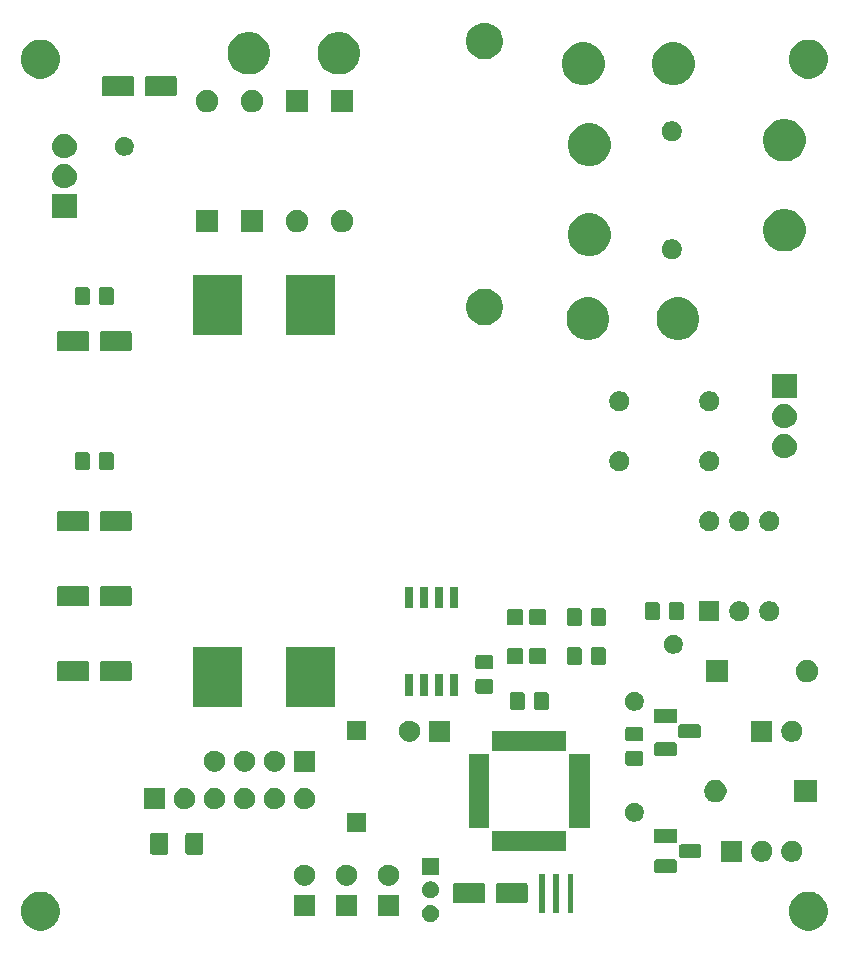
<source format=gbr>
G04 #@! TF.GenerationSoftware,KiCad,Pcbnew,(5.1.5)-3*
G04 #@! TF.CreationDate,2020-05-31T07:49:41+02:00*
G04 #@! TF.ProjectId,hotairpistol,686f7461-6972-4706-9973-746f6c2e6b69,rev?*
G04 #@! TF.SameCoordinates,Original*
G04 #@! TF.FileFunction,Soldermask,Top*
G04 #@! TF.FilePolarity,Negative*
%FSLAX46Y46*%
G04 Gerber Fmt 4.6, Leading zero omitted, Abs format (unit mm)*
G04 Created by KiCad (PCBNEW (5.1.5)-3) date 2020-05-31 07:49:41*
%MOMM*%
%LPD*%
G04 APERTURE LIST*
%ADD10C,0.100000*%
G04 APERTURE END LIST*
D10*
G36*
X182747256Y-107611298D02*
G01*
X182853579Y-107632447D01*
X183066037Y-107720450D01*
X183146764Y-107753888D01*
X183154042Y-107756903D01*
X183424451Y-107937585D01*
X183654415Y-108167549D01*
X183828984Y-108428810D01*
X183835098Y-108437960D01*
X183867490Y-108516162D01*
X183959553Y-108738421D01*
X183980702Y-108844744D01*
X184023000Y-109057389D01*
X184023000Y-109382611D01*
X184003328Y-109481506D01*
X183959553Y-109701579D01*
X183835097Y-110002042D01*
X183654415Y-110272451D01*
X183424451Y-110502415D01*
X183154042Y-110683097D01*
X182853579Y-110807553D01*
X182747256Y-110828702D01*
X182534611Y-110871000D01*
X182209389Y-110871000D01*
X181996744Y-110828702D01*
X181890421Y-110807553D01*
X181589958Y-110683097D01*
X181319549Y-110502415D01*
X181089585Y-110272451D01*
X180908903Y-110002042D01*
X180784447Y-109701579D01*
X180740672Y-109481506D01*
X180721000Y-109382611D01*
X180721000Y-109057389D01*
X180763298Y-108844744D01*
X180784447Y-108738421D01*
X180876510Y-108516162D01*
X180908902Y-108437960D01*
X180915016Y-108428810D01*
X181089585Y-108167549D01*
X181319549Y-107937585D01*
X181589958Y-107756903D01*
X181597237Y-107753888D01*
X181677963Y-107720450D01*
X181890421Y-107632447D01*
X181996744Y-107611298D01*
X182209389Y-107569000D01*
X182534611Y-107569000D01*
X182747256Y-107611298D01*
G37*
G36*
X117723256Y-107611298D02*
G01*
X117829579Y-107632447D01*
X118042037Y-107720450D01*
X118122764Y-107753888D01*
X118130042Y-107756903D01*
X118400451Y-107937585D01*
X118630415Y-108167549D01*
X118804984Y-108428810D01*
X118811098Y-108437960D01*
X118843490Y-108516162D01*
X118935553Y-108738421D01*
X118956702Y-108844744D01*
X118999000Y-109057389D01*
X118999000Y-109382611D01*
X118979328Y-109481506D01*
X118935553Y-109701579D01*
X118811097Y-110002042D01*
X118630415Y-110272451D01*
X118400451Y-110502415D01*
X118130042Y-110683097D01*
X117829579Y-110807553D01*
X117723256Y-110828702D01*
X117510611Y-110871000D01*
X117185389Y-110871000D01*
X116972744Y-110828702D01*
X116866421Y-110807553D01*
X116565958Y-110683097D01*
X116295549Y-110502415D01*
X116065585Y-110272451D01*
X115884903Y-110002042D01*
X115760447Y-109701579D01*
X115716672Y-109481506D01*
X115697000Y-109382611D01*
X115697000Y-109057389D01*
X115739298Y-108844744D01*
X115760447Y-108738421D01*
X115852510Y-108516162D01*
X115884902Y-108437960D01*
X115891016Y-108428810D01*
X116065585Y-108167549D01*
X116295549Y-107937585D01*
X116565958Y-107756903D01*
X116573237Y-107753888D01*
X116653963Y-107720450D01*
X116866421Y-107632447D01*
X116972744Y-107611298D01*
X117185389Y-107569000D01*
X117510611Y-107569000D01*
X117723256Y-107611298D01*
G37*
G36*
X150579766Y-108711899D02*
G01*
X150711888Y-108766626D01*
X150711890Y-108766627D01*
X150830798Y-108846079D01*
X150931921Y-108947202D01*
X151005547Y-109057391D01*
X151011374Y-109066112D01*
X151066101Y-109198234D01*
X151094000Y-109338494D01*
X151094000Y-109481506D01*
X151066101Y-109621766D01*
X151033041Y-109701579D01*
X151011373Y-109753890D01*
X150931921Y-109872798D01*
X150830798Y-109973921D01*
X150711890Y-110053373D01*
X150711889Y-110053374D01*
X150711888Y-110053374D01*
X150579766Y-110108101D01*
X150439506Y-110136000D01*
X150296494Y-110136000D01*
X150156234Y-110108101D01*
X150024112Y-110053374D01*
X150024111Y-110053374D01*
X150024110Y-110053373D01*
X149905202Y-109973921D01*
X149804079Y-109872798D01*
X149724627Y-109753890D01*
X149702959Y-109701579D01*
X149669899Y-109621766D01*
X149642000Y-109481506D01*
X149642000Y-109338494D01*
X149669899Y-109198234D01*
X149724626Y-109066112D01*
X149730453Y-109057391D01*
X149804079Y-108947202D01*
X149905202Y-108846079D01*
X150024110Y-108766627D01*
X150024112Y-108766626D01*
X150156234Y-108711899D01*
X150296494Y-108684000D01*
X150439506Y-108684000D01*
X150579766Y-108711899D01*
G37*
G36*
X140601000Y-109613000D02*
G01*
X138799000Y-109613000D01*
X138799000Y-107811000D01*
X140601000Y-107811000D01*
X140601000Y-109613000D01*
G37*
G36*
X147713000Y-109613000D02*
G01*
X145911000Y-109613000D01*
X145911000Y-107811000D01*
X147713000Y-107811000D01*
X147713000Y-109613000D01*
G37*
G36*
X144157000Y-109613000D02*
G01*
X142355000Y-109613000D01*
X142355000Y-107811000D01*
X144157000Y-107811000D01*
X144157000Y-109613000D01*
G37*
G36*
X162487000Y-109347000D02*
G01*
X161985000Y-109347000D01*
X161985000Y-106045000D01*
X162487000Y-106045000D01*
X162487000Y-109347000D01*
G37*
G36*
X160087000Y-109347000D02*
G01*
X159585000Y-109347000D01*
X159585000Y-106045000D01*
X160087000Y-106045000D01*
X160087000Y-109347000D01*
G37*
G36*
X161287000Y-109347000D02*
G01*
X160785000Y-109347000D01*
X160785000Y-106045000D01*
X161287000Y-106045000D01*
X161287000Y-109347000D01*
G37*
G36*
X154853997Y-106849051D02*
G01*
X154887652Y-106859261D01*
X154918665Y-106875838D01*
X154945851Y-106898149D01*
X154968162Y-106925335D01*
X154984739Y-106956348D01*
X154994949Y-106990003D01*
X154999000Y-107031138D01*
X154999000Y-108360862D01*
X154994949Y-108401997D01*
X154984739Y-108435652D01*
X154968162Y-108466665D01*
X154945851Y-108493851D01*
X154918665Y-108516162D01*
X154887652Y-108532739D01*
X154853997Y-108542949D01*
X154812862Y-108547000D01*
X152483138Y-108547000D01*
X152442003Y-108542949D01*
X152408348Y-108532739D01*
X152377335Y-108516162D01*
X152350149Y-108493851D01*
X152327838Y-108466665D01*
X152311261Y-108435652D01*
X152301051Y-108401997D01*
X152297000Y-108360862D01*
X152297000Y-107031138D01*
X152301051Y-106990003D01*
X152311261Y-106956348D01*
X152327838Y-106925335D01*
X152350149Y-106898149D01*
X152377335Y-106875838D01*
X152408348Y-106859261D01*
X152442003Y-106849051D01*
X152483138Y-106845000D01*
X154812862Y-106845000D01*
X154853997Y-106849051D01*
G37*
G36*
X158453997Y-106849051D02*
G01*
X158487652Y-106859261D01*
X158518665Y-106875838D01*
X158545851Y-106898149D01*
X158568162Y-106925335D01*
X158584739Y-106956348D01*
X158594949Y-106990003D01*
X158599000Y-107031138D01*
X158599000Y-108360862D01*
X158594949Y-108401997D01*
X158584739Y-108435652D01*
X158568162Y-108466665D01*
X158545851Y-108493851D01*
X158518665Y-108516162D01*
X158487652Y-108532739D01*
X158453997Y-108542949D01*
X158412862Y-108547000D01*
X156083138Y-108547000D01*
X156042003Y-108542949D01*
X156008348Y-108532739D01*
X155977335Y-108516162D01*
X155950149Y-108493851D01*
X155927838Y-108466665D01*
X155911261Y-108435652D01*
X155901051Y-108401997D01*
X155897000Y-108360862D01*
X155897000Y-107031138D01*
X155901051Y-106990003D01*
X155911261Y-106956348D01*
X155927838Y-106925335D01*
X155950149Y-106898149D01*
X155977335Y-106875838D01*
X156008348Y-106859261D01*
X156042003Y-106849051D01*
X156083138Y-106845000D01*
X158412862Y-106845000D01*
X158453997Y-106849051D01*
G37*
G36*
X150579766Y-106711899D02*
G01*
X150711888Y-106766626D01*
X150711890Y-106766627D01*
X150830798Y-106846079D01*
X150931921Y-106947202D01*
X151006659Y-107059055D01*
X151011374Y-107066112D01*
X151066101Y-107198234D01*
X151094000Y-107338494D01*
X151094000Y-107481506D01*
X151066101Y-107621766D01*
X151011374Y-107753888D01*
X151011373Y-107753890D01*
X150931921Y-107872798D01*
X150830798Y-107973921D01*
X150711890Y-108053373D01*
X150711889Y-108053374D01*
X150711888Y-108053374D01*
X150579766Y-108108101D01*
X150439506Y-108136000D01*
X150296494Y-108136000D01*
X150156234Y-108108101D01*
X150024112Y-108053374D01*
X150024111Y-108053374D01*
X150024110Y-108053373D01*
X149905202Y-107973921D01*
X149804079Y-107872798D01*
X149724627Y-107753890D01*
X149724626Y-107753888D01*
X149669899Y-107621766D01*
X149642000Y-107481506D01*
X149642000Y-107338494D01*
X149669899Y-107198234D01*
X149724626Y-107066112D01*
X149729341Y-107059055D01*
X149804079Y-106947202D01*
X149905202Y-106846079D01*
X150024110Y-106766627D01*
X150024112Y-106766626D01*
X150156234Y-106711899D01*
X150296494Y-106684000D01*
X150439506Y-106684000D01*
X150579766Y-106711899D01*
G37*
G36*
X139813512Y-105275927D02*
G01*
X139962812Y-105305624D01*
X140126784Y-105373544D01*
X140274354Y-105472147D01*
X140399853Y-105597646D01*
X140498456Y-105745216D01*
X140566376Y-105909188D01*
X140601000Y-106083259D01*
X140601000Y-106260741D01*
X140566376Y-106434812D01*
X140498456Y-106598784D01*
X140399853Y-106746354D01*
X140274354Y-106871853D01*
X140126784Y-106970456D01*
X139962812Y-107038376D01*
X139823380Y-107066110D01*
X139788742Y-107073000D01*
X139611258Y-107073000D01*
X139576620Y-107066110D01*
X139437188Y-107038376D01*
X139273216Y-106970456D01*
X139125646Y-106871853D01*
X139000147Y-106746354D01*
X138901544Y-106598784D01*
X138833624Y-106434812D01*
X138799000Y-106260741D01*
X138799000Y-106083259D01*
X138833624Y-105909188D01*
X138901544Y-105745216D01*
X139000147Y-105597646D01*
X139125646Y-105472147D01*
X139273216Y-105373544D01*
X139437188Y-105305624D01*
X139586488Y-105275927D01*
X139611258Y-105271000D01*
X139788742Y-105271000D01*
X139813512Y-105275927D01*
G37*
G36*
X143369512Y-105275927D02*
G01*
X143518812Y-105305624D01*
X143682784Y-105373544D01*
X143830354Y-105472147D01*
X143955853Y-105597646D01*
X144054456Y-105745216D01*
X144122376Y-105909188D01*
X144157000Y-106083259D01*
X144157000Y-106260741D01*
X144122376Y-106434812D01*
X144054456Y-106598784D01*
X143955853Y-106746354D01*
X143830354Y-106871853D01*
X143682784Y-106970456D01*
X143518812Y-107038376D01*
X143379380Y-107066110D01*
X143344742Y-107073000D01*
X143167258Y-107073000D01*
X143132620Y-107066110D01*
X142993188Y-107038376D01*
X142829216Y-106970456D01*
X142681646Y-106871853D01*
X142556147Y-106746354D01*
X142457544Y-106598784D01*
X142389624Y-106434812D01*
X142355000Y-106260741D01*
X142355000Y-106083259D01*
X142389624Y-105909188D01*
X142457544Y-105745216D01*
X142556147Y-105597646D01*
X142681646Y-105472147D01*
X142829216Y-105373544D01*
X142993188Y-105305624D01*
X143142488Y-105275927D01*
X143167258Y-105271000D01*
X143344742Y-105271000D01*
X143369512Y-105275927D01*
G37*
G36*
X146925512Y-105275927D02*
G01*
X147074812Y-105305624D01*
X147238784Y-105373544D01*
X147386354Y-105472147D01*
X147511853Y-105597646D01*
X147610456Y-105745216D01*
X147678376Y-105909188D01*
X147713000Y-106083259D01*
X147713000Y-106260741D01*
X147678376Y-106434812D01*
X147610456Y-106598784D01*
X147511853Y-106746354D01*
X147386354Y-106871853D01*
X147238784Y-106970456D01*
X147074812Y-107038376D01*
X146935380Y-107066110D01*
X146900742Y-107073000D01*
X146723258Y-107073000D01*
X146688620Y-107066110D01*
X146549188Y-107038376D01*
X146385216Y-106970456D01*
X146237646Y-106871853D01*
X146112147Y-106746354D01*
X146013544Y-106598784D01*
X145945624Y-106434812D01*
X145911000Y-106260741D01*
X145911000Y-106083259D01*
X145945624Y-105909188D01*
X146013544Y-105745216D01*
X146112147Y-105597646D01*
X146237646Y-105472147D01*
X146385216Y-105373544D01*
X146549188Y-105305624D01*
X146698488Y-105275927D01*
X146723258Y-105271000D01*
X146900742Y-105271000D01*
X146925512Y-105275927D01*
G37*
G36*
X151094000Y-106136000D02*
G01*
X149642000Y-106136000D01*
X149642000Y-104684000D01*
X151094000Y-104684000D01*
X151094000Y-106136000D01*
G37*
G36*
X171047315Y-104814166D02*
G01*
X171091843Y-104827674D01*
X171132892Y-104849615D01*
X171168864Y-104879136D01*
X171198385Y-104915108D01*
X171220326Y-104956157D01*
X171233834Y-105000685D01*
X171239000Y-105053140D01*
X171239000Y-105766860D01*
X171233834Y-105819315D01*
X171220326Y-105863843D01*
X171198385Y-105904892D01*
X171168864Y-105940864D01*
X171132892Y-105970385D01*
X171091843Y-105992326D01*
X171047315Y-106005834D01*
X170994860Y-106011000D01*
X169581140Y-106011000D01*
X169528685Y-106005834D01*
X169484157Y-105992326D01*
X169443108Y-105970385D01*
X169407136Y-105940864D01*
X169377615Y-105904892D01*
X169355674Y-105863843D01*
X169342166Y-105819315D01*
X169337000Y-105766860D01*
X169337000Y-105053140D01*
X169342166Y-105000685D01*
X169355674Y-104956157D01*
X169377615Y-104915108D01*
X169407136Y-104879136D01*
X169443108Y-104849615D01*
X169484157Y-104827674D01*
X169528685Y-104814166D01*
X169581140Y-104809000D01*
X170994860Y-104809000D01*
X171047315Y-104814166D01*
G37*
G36*
X176796000Y-105041000D02*
G01*
X174994000Y-105041000D01*
X174994000Y-103239000D01*
X176796000Y-103239000D01*
X176796000Y-105041000D01*
G37*
G36*
X181088512Y-103243927D02*
G01*
X181237812Y-103273624D01*
X181401784Y-103341544D01*
X181549354Y-103440147D01*
X181674853Y-103565646D01*
X181773456Y-103713216D01*
X181841376Y-103877188D01*
X181871073Y-104026488D01*
X181876000Y-104051258D01*
X181876000Y-104228742D01*
X181871073Y-104253512D01*
X181841376Y-104402812D01*
X181773456Y-104566784D01*
X181674853Y-104714354D01*
X181549354Y-104839853D01*
X181401784Y-104938456D01*
X181237812Y-105006376D01*
X181088512Y-105036073D01*
X181063742Y-105041000D01*
X180886258Y-105041000D01*
X180861488Y-105036073D01*
X180712188Y-105006376D01*
X180548216Y-104938456D01*
X180400646Y-104839853D01*
X180275147Y-104714354D01*
X180176544Y-104566784D01*
X180108624Y-104402812D01*
X180078927Y-104253512D01*
X180074000Y-104228742D01*
X180074000Y-104051258D01*
X180078927Y-104026488D01*
X180108624Y-103877188D01*
X180176544Y-103713216D01*
X180275147Y-103565646D01*
X180400646Y-103440147D01*
X180548216Y-103341544D01*
X180712188Y-103273624D01*
X180861488Y-103243927D01*
X180886258Y-103239000D01*
X181063742Y-103239000D01*
X181088512Y-103243927D01*
G37*
G36*
X178548512Y-103243927D02*
G01*
X178697812Y-103273624D01*
X178861784Y-103341544D01*
X179009354Y-103440147D01*
X179134853Y-103565646D01*
X179233456Y-103713216D01*
X179301376Y-103877188D01*
X179331073Y-104026488D01*
X179336000Y-104051258D01*
X179336000Y-104228742D01*
X179331073Y-104253512D01*
X179301376Y-104402812D01*
X179233456Y-104566784D01*
X179134853Y-104714354D01*
X179009354Y-104839853D01*
X178861784Y-104938456D01*
X178697812Y-105006376D01*
X178548512Y-105036073D01*
X178523742Y-105041000D01*
X178346258Y-105041000D01*
X178321488Y-105036073D01*
X178172188Y-105006376D01*
X178008216Y-104938456D01*
X177860646Y-104839853D01*
X177735147Y-104714354D01*
X177636544Y-104566784D01*
X177568624Y-104402812D01*
X177538927Y-104253512D01*
X177534000Y-104228742D01*
X177534000Y-104051258D01*
X177538927Y-104026488D01*
X177568624Y-103877188D01*
X177636544Y-103713216D01*
X177735147Y-103565646D01*
X177860646Y-103440147D01*
X178008216Y-103341544D01*
X178172188Y-103273624D01*
X178321488Y-103243927D01*
X178346258Y-103239000D01*
X178523742Y-103239000D01*
X178548512Y-103243927D01*
G37*
G36*
X173117315Y-103544166D02*
G01*
X173161843Y-103557674D01*
X173202892Y-103579615D01*
X173238864Y-103609136D01*
X173268385Y-103645108D01*
X173290326Y-103686157D01*
X173303834Y-103730685D01*
X173309000Y-103783140D01*
X173309000Y-104496860D01*
X173303834Y-104549315D01*
X173290326Y-104593843D01*
X173268385Y-104634892D01*
X173238864Y-104670864D01*
X173202892Y-104700385D01*
X173161843Y-104722326D01*
X173117315Y-104735834D01*
X173064860Y-104741000D01*
X171651140Y-104741000D01*
X171598685Y-104735834D01*
X171554157Y-104722326D01*
X171513108Y-104700385D01*
X171477136Y-104670864D01*
X171447615Y-104634892D01*
X171425674Y-104593843D01*
X171412166Y-104549315D01*
X171407000Y-104496860D01*
X171407000Y-103783140D01*
X171412166Y-103730685D01*
X171425675Y-103686153D01*
X171442368Y-103654923D01*
X171448417Y-103640320D01*
X171460624Y-103629256D01*
X171477136Y-103609136D01*
X171513108Y-103579615D01*
X171554157Y-103557674D01*
X171598685Y-103544166D01*
X171651140Y-103539000D01*
X173064860Y-103539000D01*
X173117315Y-103544166D01*
G37*
G36*
X128030562Y-102583181D02*
G01*
X128065481Y-102593774D01*
X128097663Y-102610976D01*
X128125873Y-102634127D01*
X128149024Y-102662337D01*
X128166226Y-102694519D01*
X128176819Y-102729438D01*
X128181000Y-102771895D01*
X128181000Y-104238105D01*
X128176819Y-104280562D01*
X128166226Y-104315481D01*
X128149024Y-104347663D01*
X128125873Y-104375873D01*
X128097663Y-104399024D01*
X128065481Y-104416226D01*
X128030562Y-104426819D01*
X127988105Y-104431000D01*
X126846895Y-104431000D01*
X126804438Y-104426819D01*
X126769519Y-104416226D01*
X126737337Y-104399024D01*
X126709127Y-104375873D01*
X126685976Y-104347663D01*
X126668774Y-104315481D01*
X126658181Y-104280562D01*
X126654000Y-104238105D01*
X126654000Y-102771895D01*
X126658181Y-102729438D01*
X126668774Y-102694519D01*
X126685976Y-102662337D01*
X126709127Y-102634127D01*
X126737337Y-102610976D01*
X126769519Y-102593774D01*
X126804438Y-102583181D01*
X126846895Y-102579000D01*
X127988105Y-102579000D01*
X128030562Y-102583181D01*
G37*
G36*
X131005562Y-102583181D02*
G01*
X131040481Y-102593774D01*
X131072663Y-102610976D01*
X131100873Y-102634127D01*
X131124024Y-102662337D01*
X131141226Y-102694519D01*
X131151819Y-102729438D01*
X131156000Y-102771895D01*
X131156000Y-104238105D01*
X131151819Y-104280562D01*
X131141226Y-104315481D01*
X131124024Y-104347663D01*
X131100873Y-104375873D01*
X131072663Y-104399024D01*
X131040481Y-104416226D01*
X131005562Y-104426819D01*
X130963105Y-104431000D01*
X129821895Y-104431000D01*
X129779438Y-104426819D01*
X129744519Y-104416226D01*
X129712337Y-104399024D01*
X129684127Y-104375873D01*
X129660976Y-104347663D01*
X129643774Y-104315481D01*
X129633181Y-104280562D01*
X129629000Y-104238105D01*
X129629000Y-102771895D01*
X129633181Y-102729438D01*
X129643774Y-102694519D01*
X129660976Y-102662337D01*
X129684127Y-102634127D01*
X129712337Y-102610976D01*
X129744519Y-102593774D01*
X129779438Y-102583181D01*
X129821895Y-102579000D01*
X130963105Y-102579000D01*
X131005562Y-102583181D01*
G37*
G36*
X161876000Y-104161000D02*
G01*
X155624000Y-104161000D01*
X155624000Y-102459000D01*
X161876000Y-102459000D01*
X161876000Y-104161000D01*
G37*
G36*
X171239000Y-103471000D02*
G01*
X169337000Y-103471000D01*
X169337000Y-102269000D01*
X171239000Y-102269000D01*
X171239000Y-103471000D01*
G37*
G36*
X144946000Y-102491000D02*
G01*
X143344000Y-102491000D01*
X143344000Y-100889000D01*
X144946000Y-100889000D01*
X144946000Y-102491000D01*
G37*
G36*
X163851000Y-102186000D02*
G01*
X162149000Y-102186000D01*
X162149000Y-95934000D01*
X163851000Y-95934000D01*
X163851000Y-102186000D01*
G37*
G36*
X155351000Y-102186000D02*
G01*
X153649000Y-102186000D01*
X153649000Y-95934000D01*
X155351000Y-95934000D01*
X155351000Y-102186000D01*
G37*
G36*
X167873642Y-100067781D02*
G01*
X168004011Y-100121782D01*
X168019416Y-100128163D01*
X168150608Y-100215822D01*
X168262178Y-100327392D01*
X168349837Y-100458584D01*
X168349838Y-100458586D01*
X168410219Y-100604358D01*
X168441000Y-100759107D01*
X168441000Y-100916893D01*
X168410219Y-101071642D01*
X168349838Y-101217414D01*
X168349837Y-101217416D01*
X168262178Y-101348608D01*
X168150608Y-101460178D01*
X168019416Y-101547837D01*
X168019415Y-101547838D01*
X168019414Y-101547838D01*
X167873642Y-101608219D01*
X167718893Y-101639000D01*
X167561107Y-101639000D01*
X167406358Y-101608219D01*
X167260586Y-101547838D01*
X167260585Y-101547838D01*
X167260584Y-101547837D01*
X167129392Y-101460178D01*
X167017822Y-101348608D01*
X166930163Y-101217416D01*
X166930162Y-101217414D01*
X166869781Y-101071642D01*
X166839000Y-100916893D01*
X166839000Y-100759107D01*
X166869781Y-100604358D01*
X166930162Y-100458586D01*
X166930163Y-100458584D01*
X167017822Y-100327392D01*
X167129392Y-100215822D01*
X167260584Y-100128163D01*
X167275989Y-100121782D01*
X167406358Y-100067781D01*
X167561107Y-100037000D01*
X167718893Y-100037000D01*
X167873642Y-100067781D01*
G37*
G36*
X139813512Y-98798927D02*
G01*
X139962812Y-98828624D01*
X140126784Y-98896544D01*
X140274354Y-98995147D01*
X140399853Y-99120646D01*
X140498456Y-99268216D01*
X140566376Y-99432188D01*
X140601000Y-99606259D01*
X140601000Y-99783741D01*
X140566376Y-99957812D01*
X140498456Y-100121784D01*
X140399853Y-100269354D01*
X140274354Y-100394853D01*
X140126784Y-100493456D01*
X139962812Y-100561376D01*
X139813512Y-100591073D01*
X139788742Y-100596000D01*
X139611258Y-100596000D01*
X139586488Y-100591073D01*
X139437188Y-100561376D01*
X139273216Y-100493456D01*
X139125646Y-100394853D01*
X139000147Y-100269354D01*
X138901544Y-100121784D01*
X138833624Y-99957812D01*
X138799000Y-99783741D01*
X138799000Y-99606259D01*
X138833624Y-99432188D01*
X138901544Y-99268216D01*
X139000147Y-99120646D01*
X139125646Y-98995147D01*
X139273216Y-98896544D01*
X139437188Y-98828624D01*
X139586488Y-98798927D01*
X139611258Y-98794000D01*
X139788742Y-98794000D01*
X139813512Y-98798927D01*
G37*
G36*
X129653512Y-98798927D02*
G01*
X129802812Y-98828624D01*
X129966784Y-98896544D01*
X130114354Y-98995147D01*
X130239853Y-99120646D01*
X130338456Y-99268216D01*
X130406376Y-99432188D01*
X130441000Y-99606259D01*
X130441000Y-99783741D01*
X130406376Y-99957812D01*
X130338456Y-100121784D01*
X130239853Y-100269354D01*
X130114354Y-100394853D01*
X129966784Y-100493456D01*
X129802812Y-100561376D01*
X129653512Y-100591073D01*
X129628742Y-100596000D01*
X129451258Y-100596000D01*
X129426488Y-100591073D01*
X129277188Y-100561376D01*
X129113216Y-100493456D01*
X128965646Y-100394853D01*
X128840147Y-100269354D01*
X128741544Y-100121784D01*
X128673624Y-99957812D01*
X128639000Y-99783741D01*
X128639000Y-99606259D01*
X128673624Y-99432188D01*
X128741544Y-99268216D01*
X128840147Y-99120646D01*
X128965646Y-98995147D01*
X129113216Y-98896544D01*
X129277188Y-98828624D01*
X129426488Y-98798927D01*
X129451258Y-98794000D01*
X129628742Y-98794000D01*
X129653512Y-98798927D01*
G37*
G36*
X137273512Y-98798927D02*
G01*
X137422812Y-98828624D01*
X137586784Y-98896544D01*
X137734354Y-98995147D01*
X137859853Y-99120646D01*
X137958456Y-99268216D01*
X138026376Y-99432188D01*
X138061000Y-99606259D01*
X138061000Y-99783741D01*
X138026376Y-99957812D01*
X137958456Y-100121784D01*
X137859853Y-100269354D01*
X137734354Y-100394853D01*
X137586784Y-100493456D01*
X137422812Y-100561376D01*
X137273512Y-100591073D01*
X137248742Y-100596000D01*
X137071258Y-100596000D01*
X137046488Y-100591073D01*
X136897188Y-100561376D01*
X136733216Y-100493456D01*
X136585646Y-100394853D01*
X136460147Y-100269354D01*
X136361544Y-100121784D01*
X136293624Y-99957812D01*
X136259000Y-99783741D01*
X136259000Y-99606259D01*
X136293624Y-99432188D01*
X136361544Y-99268216D01*
X136460147Y-99120646D01*
X136585646Y-98995147D01*
X136733216Y-98896544D01*
X136897188Y-98828624D01*
X137046488Y-98798927D01*
X137071258Y-98794000D01*
X137248742Y-98794000D01*
X137273512Y-98798927D01*
G37*
G36*
X134733512Y-98798927D02*
G01*
X134882812Y-98828624D01*
X135046784Y-98896544D01*
X135194354Y-98995147D01*
X135319853Y-99120646D01*
X135418456Y-99268216D01*
X135486376Y-99432188D01*
X135521000Y-99606259D01*
X135521000Y-99783741D01*
X135486376Y-99957812D01*
X135418456Y-100121784D01*
X135319853Y-100269354D01*
X135194354Y-100394853D01*
X135046784Y-100493456D01*
X134882812Y-100561376D01*
X134733512Y-100591073D01*
X134708742Y-100596000D01*
X134531258Y-100596000D01*
X134506488Y-100591073D01*
X134357188Y-100561376D01*
X134193216Y-100493456D01*
X134045646Y-100394853D01*
X133920147Y-100269354D01*
X133821544Y-100121784D01*
X133753624Y-99957812D01*
X133719000Y-99783741D01*
X133719000Y-99606259D01*
X133753624Y-99432188D01*
X133821544Y-99268216D01*
X133920147Y-99120646D01*
X134045646Y-98995147D01*
X134193216Y-98896544D01*
X134357188Y-98828624D01*
X134506488Y-98798927D01*
X134531258Y-98794000D01*
X134708742Y-98794000D01*
X134733512Y-98798927D01*
G37*
G36*
X132193512Y-98798927D02*
G01*
X132342812Y-98828624D01*
X132506784Y-98896544D01*
X132654354Y-98995147D01*
X132779853Y-99120646D01*
X132878456Y-99268216D01*
X132946376Y-99432188D01*
X132981000Y-99606259D01*
X132981000Y-99783741D01*
X132946376Y-99957812D01*
X132878456Y-100121784D01*
X132779853Y-100269354D01*
X132654354Y-100394853D01*
X132506784Y-100493456D01*
X132342812Y-100561376D01*
X132193512Y-100591073D01*
X132168742Y-100596000D01*
X131991258Y-100596000D01*
X131966488Y-100591073D01*
X131817188Y-100561376D01*
X131653216Y-100493456D01*
X131505646Y-100394853D01*
X131380147Y-100269354D01*
X131281544Y-100121784D01*
X131213624Y-99957812D01*
X131179000Y-99783741D01*
X131179000Y-99606259D01*
X131213624Y-99432188D01*
X131281544Y-99268216D01*
X131380147Y-99120646D01*
X131505646Y-98995147D01*
X131653216Y-98896544D01*
X131817188Y-98828624D01*
X131966488Y-98798927D01*
X131991258Y-98794000D01*
X132168742Y-98794000D01*
X132193512Y-98798927D01*
G37*
G36*
X127901000Y-100596000D02*
G01*
X126099000Y-100596000D01*
X126099000Y-98794000D01*
X127901000Y-98794000D01*
X127901000Y-100596000D01*
G37*
G36*
X183069000Y-100011000D02*
G01*
X181167000Y-100011000D01*
X181167000Y-98109000D01*
X183069000Y-98109000D01*
X183069000Y-100011000D01*
G37*
G36*
X174775395Y-98145546D02*
G01*
X174948466Y-98217234D01*
X174948467Y-98217235D01*
X175104227Y-98321310D01*
X175236690Y-98453773D01*
X175236691Y-98453775D01*
X175340766Y-98609534D01*
X175412454Y-98782605D01*
X175449000Y-98966333D01*
X175449000Y-99153667D01*
X175412454Y-99337395D01*
X175340766Y-99510466D01*
X175340765Y-99510467D01*
X175236690Y-99666227D01*
X175104227Y-99798690D01*
X175025818Y-99851081D01*
X174948466Y-99902766D01*
X174775395Y-99974454D01*
X174591667Y-100011000D01*
X174404333Y-100011000D01*
X174220605Y-99974454D01*
X174047534Y-99902766D01*
X173970182Y-99851081D01*
X173891773Y-99798690D01*
X173759310Y-99666227D01*
X173655235Y-99510467D01*
X173655234Y-99510466D01*
X173583546Y-99337395D01*
X173547000Y-99153667D01*
X173547000Y-98966333D01*
X173583546Y-98782605D01*
X173655234Y-98609534D01*
X173759309Y-98453775D01*
X173759310Y-98453773D01*
X173891773Y-98321310D01*
X174047533Y-98217235D01*
X174047534Y-98217234D01*
X174220605Y-98145546D01*
X174404333Y-98109000D01*
X174591667Y-98109000D01*
X174775395Y-98145546D01*
G37*
G36*
X137273512Y-95623927D02*
G01*
X137422812Y-95653624D01*
X137586784Y-95721544D01*
X137734354Y-95820147D01*
X137859853Y-95945646D01*
X137958456Y-96093216D01*
X138026376Y-96257188D01*
X138061000Y-96431259D01*
X138061000Y-96608741D01*
X138026376Y-96782812D01*
X137958456Y-96946784D01*
X137859853Y-97094354D01*
X137734354Y-97219853D01*
X137586784Y-97318456D01*
X137422812Y-97386376D01*
X137273512Y-97416073D01*
X137248742Y-97421000D01*
X137071258Y-97421000D01*
X137046488Y-97416073D01*
X136897188Y-97386376D01*
X136733216Y-97318456D01*
X136585646Y-97219853D01*
X136460147Y-97094354D01*
X136361544Y-96946784D01*
X136293624Y-96782812D01*
X136259000Y-96608741D01*
X136259000Y-96431259D01*
X136293624Y-96257188D01*
X136361544Y-96093216D01*
X136460147Y-95945646D01*
X136585646Y-95820147D01*
X136733216Y-95721544D01*
X136897188Y-95653624D01*
X137046488Y-95623927D01*
X137071258Y-95619000D01*
X137248742Y-95619000D01*
X137273512Y-95623927D01*
G37*
G36*
X140601000Y-97421000D02*
G01*
X138799000Y-97421000D01*
X138799000Y-95619000D01*
X140601000Y-95619000D01*
X140601000Y-97421000D01*
G37*
G36*
X134733512Y-95623927D02*
G01*
X134882812Y-95653624D01*
X135046784Y-95721544D01*
X135194354Y-95820147D01*
X135319853Y-95945646D01*
X135418456Y-96093216D01*
X135486376Y-96257188D01*
X135521000Y-96431259D01*
X135521000Y-96608741D01*
X135486376Y-96782812D01*
X135418456Y-96946784D01*
X135319853Y-97094354D01*
X135194354Y-97219853D01*
X135046784Y-97318456D01*
X134882812Y-97386376D01*
X134733512Y-97416073D01*
X134708742Y-97421000D01*
X134531258Y-97421000D01*
X134506488Y-97416073D01*
X134357188Y-97386376D01*
X134193216Y-97318456D01*
X134045646Y-97219853D01*
X133920147Y-97094354D01*
X133821544Y-96946784D01*
X133753624Y-96782812D01*
X133719000Y-96608741D01*
X133719000Y-96431259D01*
X133753624Y-96257188D01*
X133821544Y-96093216D01*
X133920147Y-95945646D01*
X134045646Y-95820147D01*
X134193216Y-95721544D01*
X134357188Y-95653624D01*
X134506488Y-95623927D01*
X134531258Y-95619000D01*
X134708742Y-95619000D01*
X134733512Y-95623927D01*
G37*
G36*
X132193512Y-95623927D02*
G01*
X132342812Y-95653624D01*
X132506784Y-95721544D01*
X132654354Y-95820147D01*
X132779853Y-95945646D01*
X132878456Y-96093216D01*
X132946376Y-96257188D01*
X132981000Y-96431259D01*
X132981000Y-96608741D01*
X132946376Y-96782812D01*
X132878456Y-96946784D01*
X132779853Y-97094354D01*
X132654354Y-97219853D01*
X132506784Y-97318456D01*
X132342812Y-97386376D01*
X132193512Y-97416073D01*
X132168742Y-97421000D01*
X131991258Y-97421000D01*
X131966488Y-97416073D01*
X131817188Y-97386376D01*
X131653216Y-97318456D01*
X131505646Y-97219853D01*
X131380147Y-97094354D01*
X131281544Y-96946784D01*
X131213624Y-96782812D01*
X131179000Y-96608741D01*
X131179000Y-96431259D01*
X131213624Y-96257188D01*
X131281544Y-96093216D01*
X131380147Y-95945646D01*
X131505646Y-95820147D01*
X131653216Y-95721544D01*
X131817188Y-95653624D01*
X131966488Y-95623927D01*
X131991258Y-95619000D01*
X132168742Y-95619000D01*
X132193512Y-95623927D01*
G37*
G36*
X168228674Y-95653465D02*
G01*
X168266367Y-95664899D01*
X168301103Y-95683466D01*
X168331548Y-95708452D01*
X168356534Y-95738897D01*
X168375101Y-95773633D01*
X168386535Y-95811326D01*
X168391000Y-95856661D01*
X168391000Y-96693339D01*
X168386535Y-96738674D01*
X168375101Y-96776367D01*
X168356534Y-96811103D01*
X168331548Y-96841548D01*
X168301103Y-96866534D01*
X168266367Y-96885101D01*
X168228674Y-96896535D01*
X168183339Y-96901000D01*
X167096661Y-96901000D01*
X167051326Y-96896535D01*
X167013633Y-96885101D01*
X166978897Y-96866534D01*
X166948452Y-96841548D01*
X166923466Y-96811103D01*
X166904899Y-96776367D01*
X166893465Y-96738674D01*
X166889000Y-96693339D01*
X166889000Y-95856661D01*
X166893465Y-95811326D01*
X166904899Y-95773633D01*
X166923466Y-95738897D01*
X166948452Y-95708452D01*
X166978897Y-95683466D01*
X167013633Y-95664899D01*
X167051326Y-95653465D01*
X167096661Y-95649000D01*
X168183339Y-95649000D01*
X168228674Y-95653465D01*
G37*
G36*
X171047315Y-94908166D02*
G01*
X171091843Y-94921674D01*
X171132892Y-94943615D01*
X171168864Y-94973136D01*
X171198385Y-95009108D01*
X171220326Y-95050157D01*
X171233834Y-95094685D01*
X171239000Y-95147140D01*
X171239000Y-95860860D01*
X171233834Y-95913315D01*
X171220326Y-95957843D01*
X171198385Y-95998892D01*
X171168864Y-96034864D01*
X171132892Y-96064385D01*
X171091843Y-96086326D01*
X171047315Y-96099834D01*
X170994860Y-96105000D01*
X169581140Y-96105000D01*
X169528685Y-96099834D01*
X169484157Y-96086326D01*
X169443108Y-96064385D01*
X169407136Y-96034864D01*
X169377615Y-95998892D01*
X169355674Y-95957843D01*
X169342166Y-95913315D01*
X169337000Y-95860860D01*
X169337000Y-95147140D01*
X169342166Y-95094685D01*
X169355674Y-95050157D01*
X169377615Y-95009108D01*
X169407136Y-94973136D01*
X169443108Y-94943615D01*
X169484157Y-94921674D01*
X169528685Y-94908166D01*
X169581140Y-94903000D01*
X170994860Y-94903000D01*
X171047315Y-94908166D01*
G37*
G36*
X161876000Y-95661000D02*
G01*
X155624000Y-95661000D01*
X155624000Y-93959000D01*
X161876000Y-93959000D01*
X161876000Y-95661000D01*
G37*
G36*
X181088512Y-93083927D02*
G01*
X181237812Y-93113624D01*
X181401784Y-93181544D01*
X181549354Y-93280147D01*
X181674853Y-93405646D01*
X181773456Y-93553216D01*
X181841376Y-93717188D01*
X181876000Y-93891259D01*
X181876000Y-94068741D01*
X181841376Y-94242812D01*
X181773456Y-94406784D01*
X181674853Y-94554354D01*
X181549354Y-94679853D01*
X181401784Y-94778456D01*
X181237812Y-94846376D01*
X181088512Y-94876073D01*
X181063742Y-94881000D01*
X180886258Y-94881000D01*
X180861488Y-94876073D01*
X180712188Y-94846376D01*
X180548216Y-94778456D01*
X180400646Y-94679853D01*
X180275147Y-94554354D01*
X180176544Y-94406784D01*
X180108624Y-94242812D01*
X180074000Y-94068741D01*
X180074000Y-93891259D01*
X180108624Y-93717188D01*
X180176544Y-93553216D01*
X180275147Y-93405646D01*
X180400646Y-93280147D01*
X180548216Y-93181544D01*
X180712188Y-93113624D01*
X180861488Y-93083927D01*
X180886258Y-93079000D01*
X181063742Y-93079000D01*
X181088512Y-93083927D01*
G37*
G36*
X179336000Y-94881000D02*
G01*
X177534000Y-94881000D01*
X177534000Y-93079000D01*
X179336000Y-93079000D01*
X179336000Y-94881000D01*
G37*
G36*
X148703512Y-93083927D02*
G01*
X148852812Y-93113624D01*
X149016784Y-93181544D01*
X149164354Y-93280147D01*
X149289853Y-93405646D01*
X149388456Y-93553216D01*
X149456376Y-93717188D01*
X149491000Y-93891259D01*
X149491000Y-94068741D01*
X149456376Y-94242812D01*
X149388456Y-94406784D01*
X149289853Y-94554354D01*
X149164354Y-94679853D01*
X149016784Y-94778456D01*
X148852812Y-94846376D01*
X148703512Y-94876073D01*
X148678742Y-94881000D01*
X148501258Y-94881000D01*
X148476488Y-94876073D01*
X148327188Y-94846376D01*
X148163216Y-94778456D01*
X148015646Y-94679853D01*
X147890147Y-94554354D01*
X147791544Y-94406784D01*
X147723624Y-94242812D01*
X147689000Y-94068741D01*
X147689000Y-93891259D01*
X147723624Y-93717188D01*
X147791544Y-93553216D01*
X147890147Y-93405646D01*
X148015646Y-93280147D01*
X148163216Y-93181544D01*
X148327188Y-93113624D01*
X148476488Y-93083927D01*
X148501258Y-93079000D01*
X148678742Y-93079000D01*
X148703512Y-93083927D01*
G37*
G36*
X152031000Y-94881000D02*
G01*
X150229000Y-94881000D01*
X150229000Y-93079000D01*
X152031000Y-93079000D01*
X152031000Y-94881000D01*
G37*
G36*
X168228674Y-93603465D02*
G01*
X168266367Y-93614899D01*
X168301103Y-93633466D01*
X168331548Y-93658452D01*
X168356534Y-93688897D01*
X168375101Y-93723633D01*
X168386535Y-93761326D01*
X168391000Y-93806661D01*
X168391000Y-94643339D01*
X168386535Y-94688674D01*
X168375101Y-94726367D01*
X168356534Y-94761103D01*
X168331548Y-94791548D01*
X168301103Y-94816534D01*
X168266367Y-94835101D01*
X168228674Y-94846535D01*
X168183339Y-94851000D01*
X167096661Y-94851000D01*
X167051326Y-94846535D01*
X167013633Y-94835101D01*
X166978897Y-94816534D01*
X166948452Y-94791548D01*
X166923466Y-94761103D01*
X166904899Y-94726367D01*
X166893465Y-94688674D01*
X166889000Y-94643339D01*
X166889000Y-93806661D01*
X166893465Y-93761326D01*
X166904899Y-93723633D01*
X166923466Y-93688897D01*
X166948452Y-93658452D01*
X166978897Y-93633466D01*
X167013633Y-93614899D01*
X167051326Y-93603465D01*
X167096661Y-93599000D01*
X168183339Y-93599000D01*
X168228674Y-93603465D01*
G37*
G36*
X144946000Y-94691000D02*
G01*
X143344000Y-94691000D01*
X143344000Y-93089000D01*
X144946000Y-93089000D01*
X144946000Y-94691000D01*
G37*
G36*
X173079315Y-93384166D02*
G01*
X173123843Y-93397674D01*
X173164892Y-93419615D01*
X173200864Y-93449136D01*
X173230385Y-93485108D01*
X173252326Y-93526157D01*
X173265834Y-93570685D01*
X173271000Y-93623140D01*
X173271000Y-94336860D01*
X173265834Y-94389315D01*
X173252326Y-94433843D01*
X173230385Y-94474892D01*
X173200864Y-94510864D01*
X173164892Y-94540385D01*
X173123843Y-94562326D01*
X173079315Y-94575834D01*
X173026860Y-94581000D01*
X171613140Y-94581000D01*
X171560685Y-94575834D01*
X171516157Y-94562326D01*
X171475108Y-94540385D01*
X171439136Y-94510864D01*
X171409615Y-94474892D01*
X171387674Y-94433843D01*
X171374166Y-94389315D01*
X171369000Y-94336860D01*
X171369000Y-93623140D01*
X171374166Y-93570685D01*
X171387675Y-93526153D01*
X171404368Y-93494923D01*
X171413746Y-93472284D01*
X171415688Y-93462520D01*
X171433445Y-93453029D01*
X171443298Y-93445721D01*
X171475108Y-93419615D01*
X171516157Y-93397674D01*
X171560685Y-93384166D01*
X171613140Y-93379000D01*
X173026860Y-93379000D01*
X173079315Y-93384166D01*
G37*
G36*
X171239000Y-93311000D02*
G01*
X169337000Y-93311000D01*
X169337000Y-92109000D01*
X171239000Y-92109000D01*
X171239000Y-93311000D01*
G37*
G36*
X167873642Y-90669781D02*
G01*
X168019414Y-90730162D01*
X168019416Y-90730163D01*
X168150608Y-90817822D01*
X168262178Y-90929392D01*
X168349837Y-91060584D01*
X168349838Y-91060586D01*
X168410219Y-91206358D01*
X168441000Y-91361107D01*
X168441000Y-91518893D01*
X168410219Y-91673642D01*
X168349838Y-91819414D01*
X168349837Y-91819416D01*
X168262178Y-91950608D01*
X168150608Y-92062178D01*
X168019416Y-92149837D01*
X168019415Y-92149838D01*
X168019414Y-92149838D01*
X167873642Y-92210219D01*
X167718893Y-92241000D01*
X167561107Y-92241000D01*
X167406358Y-92210219D01*
X167260586Y-92149838D01*
X167260585Y-92149838D01*
X167260584Y-92149837D01*
X167129392Y-92062178D01*
X167017822Y-91950608D01*
X166930163Y-91819416D01*
X166930162Y-91819414D01*
X166869781Y-91673642D01*
X166839000Y-91518893D01*
X166839000Y-91361107D01*
X166869781Y-91206358D01*
X166930162Y-91060586D01*
X166930163Y-91060584D01*
X167017822Y-90929392D01*
X167129392Y-90817822D01*
X167260584Y-90730163D01*
X167260586Y-90730162D01*
X167406358Y-90669781D01*
X167561107Y-90639000D01*
X167718893Y-90639000D01*
X167873642Y-90669781D01*
G37*
G36*
X158188674Y-90693465D02*
G01*
X158226367Y-90704899D01*
X158261103Y-90723466D01*
X158291548Y-90748452D01*
X158316534Y-90778897D01*
X158335101Y-90813633D01*
X158346535Y-90851326D01*
X158351000Y-90896661D01*
X158351000Y-91983339D01*
X158346535Y-92028674D01*
X158335101Y-92066367D01*
X158316534Y-92101103D01*
X158291548Y-92131548D01*
X158261103Y-92156534D01*
X158226367Y-92175101D01*
X158188674Y-92186535D01*
X158143339Y-92191000D01*
X157306661Y-92191000D01*
X157261326Y-92186535D01*
X157223633Y-92175101D01*
X157188897Y-92156534D01*
X157158452Y-92131548D01*
X157133466Y-92101103D01*
X157114899Y-92066367D01*
X157103465Y-92028674D01*
X157099000Y-91983339D01*
X157099000Y-90896661D01*
X157103465Y-90851326D01*
X157114899Y-90813633D01*
X157133466Y-90778897D01*
X157158452Y-90748452D01*
X157188897Y-90723466D01*
X157223633Y-90704899D01*
X157261326Y-90693465D01*
X157306661Y-90689000D01*
X158143339Y-90689000D01*
X158188674Y-90693465D01*
G37*
G36*
X160238674Y-90693465D02*
G01*
X160276367Y-90704899D01*
X160311103Y-90723466D01*
X160341548Y-90748452D01*
X160366534Y-90778897D01*
X160385101Y-90813633D01*
X160396535Y-90851326D01*
X160401000Y-90896661D01*
X160401000Y-91983339D01*
X160396535Y-92028674D01*
X160385101Y-92066367D01*
X160366534Y-92101103D01*
X160341548Y-92131548D01*
X160311103Y-92156534D01*
X160276367Y-92175101D01*
X160238674Y-92186535D01*
X160193339Y-92191000D01*
X159356661Y-92191000D01*
X159311326Y-92186535D01*
X159273633Y-92175101D01*
X159238897Y-92156534D01*
X159208452Y-92131548D01*
X159183466Y-92101103D01*
X159164899Y-92066367D01*
X159153465Y-92028674D01*
X159149000Y-91983339D01*
X159149000Y-90896661D01*
X159153465Y-90851326D01*
X159164899Y-90813633D01*
X159183466Y-90778897D01*
X159208452Y-90748452D01*
X159238897Y-90723466D01*
X159273633Y-90704899D01*
X159311326Y-90693465D01*
X159356661Y-90689000D01*
X160193339Y-90689000D01*
X160238674Y-90693465D01*
G37*
G36*
X134385000Y-91959000D02*
G01*
X130283000Y-91959000D01*
X130283000Y-86857000D01*
X134385000Y-86857000D01*
X134385000Y-91959000D01*
G37*
G36*
X142259000Y-91959000D02*
G01*
X138157000Y-91959000D01*
X138157000Y-86857000D01*
X142259000Y-86857000D01*
X142259000Y-91959000D01*
G37*
G36*
X148916000Y-90986000D02*
G01*
X148264000Y-90986000D01*
X148264000Y-89134000D01*
X148916000Y-89134000D01*
X148916000Y-90986000D01*
G37*
G36*
X150186000Y-90986000D02*
G01*
X149534000Y-90986000D01*
X149534000Y-89134000D01*
X150186000Y-89134000D01*
X150186000Y-90986000D01*
G37*
G36*
X151456000Y-90986000D02*
G01*
X150804000Y-90986000D01*
X150804000Y-89134000D01*
X151456000Y-89134000D01*
X151456000Y-90986000D01*
G37*
G36*
X152726000Y-90986000D02*
G01*
X152074000Y-90986000D01*
X152074000Y-89134000D01*
X152726000Y-89134000D01*
X152726000Y-90986000D01*
G37*
G36*
X155528674Y-89557465D02*
G01*
X155566367Y-89568899D01*
X155601103Y-89587466D01*
X155631548Y-89612452D01*
X155656534Y-89642897D01*
X155675101Y-89677633D01*
X155686535Y-89715326D01*
X155691000Y-89760661D01*
X155691000Y-90597339D01*
X155686535Y-90642674D01*
X155675101Y-90680367D01*
X155656534Y-90715103D01*
X155631548Y-90745548D01*
X155601103Y-90770534D01*
X155566367Y-90789101D01*
X155528674Y-90800535D01*
X155483339Y-90805000D01*
X154396661Y-90805000D01*
X154351326Y-90800535D01*
X154313633Y-90789101D01*
X154278897Y-90770534D01*
X154248452Y-90745548D01*
X154223466Y-90715103D01*
X154204899Y-90680367D01*
X154193465Y-90642674D01*
X154189000Y-90597339D01*
X154189000Y-89760661D01*
X154193465Y-89715326D01*
X154204899Y-89677633D01*
X154223466Y-89642897D01*
X154248452Y-89612452D01*
X154278897Y-89587466D01*
X154313633Y-89568899D01*
X154351326Y-89557465D01*
X154396661Y-89553000D01*
X155483339Y-89553000D01*
X155528674Y-89557465D01*
G37*
G36*
X182522395Y-87985546D02*
G01*
X182695466Y-88057234D01*
X182729295Y-88079838D01*
X182851227Y-88161310D01*
X182983690Y-88293773D01*
X183028130Y-88360282D01*
X183087766Y-88449534D01*
X183159454Y-88622605D01*
X183196000Y-88806333D01*
X183196000Y-88993667D01*
X183159454Y-89177395D01*
X183087766Y-89350466D01*
X183087765Y-89350467D01*
X182983690Y-89506227D01*
X182851227Y-89638690D01*
X182803373Y-89670665D01*
X182695466Y-89742766D01*
X182522395Y-89814454D01*
X182338667Y-89851000D01*
X182151333Y-89851000D01*
X181967605Y-89814454D01*
X181794534Y-89742766D01*
X181686627Y-89670665D01*
X181638773Y-89638690D01*
X181506310Y-89506227D01*
X181402235Y-89350467D01*
X181402234Y-89350466D01*
X181330546Y-89177395D01*
X181294000Y-88993667D01*
X181294000Y-88806333D01*
X181330546Y-88622605D01*
X181402234Y-88449534D01*
X181461870Y-88360282D01*
X181506310Y-88293773D01*
X181638773Y-88161310D01*
X181760705Y-88079838D01*
X181794534Y-88057234D01*
X181967605Y-87985546D01*
X182151333Y-87949000D01*
X182338667Y-87949000D01*
X182522395Y-87985546D01*
G37*
G36*
X175576000Y-89851000D02*
G01*
X173674000Y-89851000D01*
X173674000Y-87949000D01*
X175576000Y-87949000D01*
X175576000Y-89851000D01*
G37*
G36*
X124925997Y-88053051D02*
G01*
X124959652Y-88063261D01*
X124990665Y-88079838D01*
X125017851Y-88102149D01*
X125040162Y-88129335D01*
X125056739Y-88160348D01*
X125066949Y-88194003D01*
X125071000Y-88235138D01*
X125071000Y-89564862D01*
X125066949Y-89605997D01*
X125056739Y-89639652D01*
X125040162Y-89670665D01*
X125017851Y-89697851D01*
X124990665Y-89720162D01*
X124959652Y-89736739D01*
X124925997Y-89746949D01*
X124884862Y-89751000D01*
X122555138Y-89751000D01*
X122514003Y-89746949D01*
X122480348Y-89736739D01*
X122449335Y-89720162D01*
X122422149Y-89697851D01*
X122399838Y-89670665D01*
X122383261Y-89639652D01*
X122373051Y-89605997D01*
X122369000Y-89564862D01*
X122369000Y-88235138D01*
X122373051Y-88194003D01*
X122383261Y-88160348D01*
X122399838Y-88129335D01*
X122422149Y-88102149D01*
X122449335Y-88079838D01*
X122480348Y-88063261D01*
X122514003Y-88053051D01*
X122555138Y-88049000D01*
X124884862Y-88049000D01*
X124925997Y-88053051D01*
G37*
G36*
X121325997Y-88053051D02*
G01*
X121359652Y-88063261D01*
X121390665Y-88079838D01*
X121417851Y-88102149D01*
X121440162Y-88129335D01*
X121456739Y-88160348D01*
X121466949Y-88194003D01*
X121471000Y-88235138D01*
X121471000Y-89564862D01*
X121466949Y-89605997D01*
X121456739Y-89639652D01*
X121440162Y-89670665D01*
X121417851Y-89697851D01*
X121390665Y-89720162D01*
X121359652Y-89736739D01*
X121325997Y-89746949D01*
X121284862Y-89751000D01*
X118955138Y-89751000D01*
X118914003Y-89746949D01*
X118880348Y-89736739D01*
X118849335Y-89720162D01*
X118822149Y-89697851D01*
X118799838Y-89670665D01*
X118783261Y-89639652D01*
X118773051Y-89605997D01*
X118769000Y-89564862D01*
X118769000Y-88235138D01*
X118773051Y-88194003D01*
X118783261Y-88160348D01*
X118799838Y-88129335D01*
X118822149Y-88102149D01*
X118849335Y-88079838D01*
X118880348Y-88063261D01*
X118914003Y-88053051D01*
X118955138Y-88049000D01*
X121284862Y-88049000D01*
X121325997Y-88053051D01*
G37*
G36*
X155528674Y-87507465D02*
G01*
X155566367Y-87518899D01*
X155601103Y-87537466D01*
X155631548Y-87562452D01*
X155656534Y-87592897D01*
X155675101Y-87627633D01*
X155686535Y-87665326D01*
X155691000Y-87710661D01*
X155691000Y-88547339D01*
X155686535Y-88592674D01*
X155675101Y-88630367D01*
X155656534Y-88665103D01*
X155631548Y-88695548D01*
X155601103Y-88720534D01*
X155566367Y-88739101D01*
X155528674Y-88750535D01*
X155483339Y-88755000D01*
X154396661Y-88755000D01*
X154351326Y-88750535D01*
X154313633Y-88739101D01*
X154278897Y-88720534D01*
X154248452Y-88695548D01*
X154223466Y-88665103D01*
X154204899Y-88630367D01*
X154193465Y-88592674D01*
X154189000Y-88547339D01*
X154189000Y-87710661D01*
X154193465Y-87665326D01*
X154204899Y-87627633D01*
X154223466Y-87592897D01*
X154248452Y-87562452D01*
X154278897Y-87537466D01*
X154313633Y-87518899D01*
X154351326Y-87507465D01*
X154396661Y-87503000D01*
X155483339Y-87503000D01*
X155528674Y-87507465D01*
G37*
G36*
X165064674Y-86883465D02*
G01*
X165102367Y-86894899D01*
X165137103Y-86913466D01*
X165167548Y-86938452D01*
X165192534Y-86968897D01*
X165211101Y-87003633D01*
X165222535Y-87041326D01*
X165227000Y-87086661D01*
X165227000Y-88173339D01*
X165222535Y-88218674D01*
X165211101Y-88256367D01*
X165192534Y-88291103D01*
X165167548Y-88321548D01*
X165137103Y-88346534D01*
X165102367Y-88365101D01*
X165064674Y-88376535D01*
X165019339Y-88381000D01*
X164182661Y-88381000D01*
X164137326Y-88376535D01*
X164099633Y-88365101D01*
X164064897Y-88346534D01*
X164034452Y-88321548D01*
X164009466Y-88291103D01*
X163990899Y-88256367D01*
X163979465Y-88218674D01*
X163975000Y-88173339D01*
X163975000Y-87086661D01*
X163979465Y-87041326D01*
X163990899Y-87003633D01*
X164009466Y-86968897D01*
X164034452Y-86938452D01*
X164064897Y-86913466D01*
X164099633Y-86894899D01*
X164137326Y-86883465D01*
X164182661Y-86879000D01*
X165019339Y-86879000D01*
X165064674Y-86883465D01*
G37*
G36*
X163014674Y-86883465D02*
G01*
X163052367Y-86894899D01*
X163087103Y-86913466D01*
X163117548Y-86938452D01*
X163142534Y-86968897D01*
X163161101Y-87003633D01*
X163172535Y-87041326D01*
X163177000Y-87086661D01*
X163177000Y-88173339D01*
X163172535Y-88218674D01*
X163161101Y-88256367D01*
X163142534Y-88291103D01*
X163117548Y-88321548D01*
X163087103Y-88346534D01*
X163052367Y-88365101D01*
X163014674Y-88376535D01*
X162969339Y-88381000D01*
X162132661Y-88381000D01*
X162087326Y-88376535D01*
X162049633Y-88365101D01*
X162014897Y-88346534D01*
X161984452Y-88321548D01*
X161959466Y-88291103D01*
X161940899Y-88256367D01*
X161929465Y-88218674D01*
X161925000Y-88173339D01*
X161925000Y-87086661D01*
X161929465Y-87041326D01*
X161940899Y-87003633D01*
X161959466Y-86968897D01*
X161984452Y-86938452D01*
X162014897Y-86913466D01*
X162049633Y-86894899D01*
X162087326Y-86883465D01*
X162132661Y-86879000D01*
X162969339Y-86879000D01*
X163014674Y-86883465D01*
G37*
G36*
X160016781Y-86933295D02*
G01*
X160052816Y-86944227D01*
X160086024Y-86961977D01*
X160115134Y-86985866D01*
X160139023Y-87014976D01*
X160156773Y-87048184D01*
X160167705Y-87084219D01*
X160172000Y-87127831D01*
X160172000Y-88132169D01*
X160167705Y-88175781D01*
X160156773Y-88211816D01*
X160139023Y-88245024D01*
X160115134Y-88274134D01*
X160086024Y-88298023D01*
X160052816Y-88315773D01*
X160016781Y-88326705D01*
X159973169Y-88331000D01*
X158943831Y-88331000D01*
X158900219Y-88326705D01*
X158864184Y-88315773D01*
X158830976Y-88298023D01*
X158801866Y-88274134D01*
X158777977Y-88245024D01*
X158760227Y-88211816D01*
X158749295Y-88175781D01*
X158745000Y-88132169D01*
X158745000Y-87127831D01*
X158749295Y-87084219D01*
X158760227Y-87048184D01*
X158777977Y-87014976D01*
X158801866Y-86985866D01*
X158830976Y-86961977D01*
X158864184Y-86944227D01*
X158900219Y-86933295D01*
X158943831Y-86929000D01*
X159973169Y-86929000D01*
X160016781Y-86933295D01*
G37*
G36*
X158091781Y-86933295D02*
G01*
X158127816Y-86944227D01*
X158161024Y-86961977D01*
X158190134Y-86985866D01*
X158214023Y-87014976D01*
X158231773Y-87048184D01*
X158242705Y-87084219D01*
X158247000Y-87127831D01*
X158247000Y-88132169D01*
X158242705Y-88175781D01*
X158231773Y-88211816D01*
X158214023Y-88245024D01*
X158190134Y-88274134D01*
X158161024Y-88298023D01*
X158127816Y-88315773D01*
X158091781Y-88326705D01*
X158048169Y-88331000D01*
X157018831Y-88331000D01*
X156975219Y-88326705D01*
X156939184Y-88315773D01*
X156905976Y-88298023D01*
X156876866Y-88274134D01*
X156852977Y-88245024D01*
X156835227Y-88211816D01*
X156824295Y-88175781D01*
X156820000Y-88132169D01*
X156820000Y-87127831D01*
X156824295Y-87084219D01*
X156835227Y-87048184D01*
X156852977Y-87014976D01*
X156876866Y-86985866D01*
X156905976Y-86961977D01*
X156939184Y-86944227D01*
X156975219Y-86933295D01*
X157018831Y-86929000D01*
X158048169Y-86929000D01*
X158091781Y-86933295D01*
G37*
G36*
X171175642Y-85843781D02*
G01*
X171321414Y-85904162D01*
X171321416Y-85904163D01*
X171452608Y-85991822D01*
X171564178Y-86103392D01*
X171651837Y-86234584D01*
X171651838Y-86234586D01*
X171712219Y-86380358D01*
X171743000Y-86535107D01*
X171743000Y-86692893D01*
X171712219Y-86847642D01*
X171661993Y-86968897D01*
X171651837Y-86993416D01*
X171564178Y-87124608D01*
X171452608Y-87236178D01*
X171321416Y-87323837D01*
X171321415Y-87323838D01*
X171321414Y-87323838D01*
X171175642Y-87384219D01*
X171020893Y-87415000D01*
X170863107Y-87415000D01*
X170708358Y-87384219D01*
X170562586Y-87323838D01*
X170562585Y-87323838D01*
X170562584Y-87323837D01*
X170431392Y-87236178D01*
X170319822Y-87124608D01*
X170232163Y-86993416D01*
X170222007Y-86968897D01*
X170171781Y-86847642D01*
X170141000Y-86692893D01*
X170141000Y-86535107D01*
X170171781Y-86380358D01*
X170232162Y-86234586D01*
X170232163Y-86234584D01*
X170319822Y-86103392D01*
X170431392Y-85991822D01*
X170562584Y-85904163D01*
X170562586Y-85904162D01*
X170708358Y-85843781D01*
X170863107Y-85813000D01*
X171020893Y-85813000D01*
X171175642Y-85843781D01*
G37*
G36*
X163014674Y-83581465D02*
G01*
X163052367Y-83592899D01*
X163087103Y-83611466D01*
X163117548Y-83636452D01*
X163142534Y-83666897D01*
X163161101Y-83701633D01*
X163172535Y-83739326D01*
X163177000Y-83784661D01*
X163177000Y-84871339D01*
X163172535Y-84916674D01*
X163161101Y-84954367D01*
X163142534Y-84989103D01*
X163117548Y-85019548D01*
X163087103Y-85044534D01*
X163052367Y-85063101D01*
X163014674Y-85074535D01*
X162969339Y-85079000D01*
X162132661Y-85079000D01*
X162087326Y-85074535D01*
X162049633Y-85063101D01*
X162014897Y-85044534D01*
X161984452Y-85019548D01*
X161959466Y-84989103D01*
X161940899Y-84954367D01*
X161929465Y-84916674D01*
X161925000Y-84871339D01*
X161925000Y-83784661D01*
X161929465Y-83739326D01*
X161940899Y-83701633D01*
X161959466Y-83666897D01*
X161984452Y-83636452D01*
X162014897Y-83611466D01*
X162049633Y-83592899D01*
X162087326Y-83581465D01*
X162132661Y-83577000D01*
X162969339Y-83577000D01*
X163014674Y-83581465D01*
G37*
G36*
X165064674Y-83581465D02*
G01*
X165102367Y-83592899D01*
X165137103Y-83611466D01*
X165167548Y-83636452D01*
X165192534Y-83666897D01*
X165211101Y-83701633D01*
X165222535Y-83739326D01*
X165227000Y-83784661D01*
X165227000Y-84871339D01*
X165222535Y-84916674D01*
X165211101Y-84954367D01*
X165192534Y-84989103D01*
X165167548Y-85019548D01*
X165137103Y-85044534D01*
X165102367Y-85063101D01*
X165064674Y-85074535D01*
X165019339Y-85079000D01*
X164182661Y-85079000D01*
X164137326Y-85074535D01*
X164099633Y-85063101D01*
X164064897Y-85044534D01*
X164034452Y-85019548D01*
X164009466Y-84989103D01*
X163990899Y-84954367D01*
X163979465Y-84916674D01*
X163975000Y-84871339D01*
X163975000Y-83784661D01*
X163979465Y-83739326D01*
X163990899Y-83701633D01*
X164009466Y-83666897D01*
X164034452Y-83636452D01*
X164064897Y-83611466D01*
X164099633Y-83592899D01*
X164137326Y-83581465D01*
X164182661Y-83577000D01*
X165019339Y-83577000D01*
X165064674Y-83581465D01*
G37*
G36*
X158091781Y-83631295D02*
G01*
X158127816Y-83642227D01*
X158161024Y-83659977D01*
X158190134Y-83683866D01*
X158214023Y-83712976D01*
X158231773Y-83746184D01*
X158242705Y-83782219D01*
X158247000Y-83825831D01*
X158247000Y-84830169D01*
X158242705Y-84873781D01*
X158231773Y-84909816D01*
X158214023Y-84943024D01*
X158190134Y-84972134D01*
X158161024Y-84996023D01*
X158127816Y-85013773D01*
X158091781Y-85024705D01*
X158048169Y-85029000D01*
X157018831Y-85029000D01*
X156975219Y-85024705D01*
X156939184Y-85013773D01*
X156905976Y-84996023D01*
X156876866Y-84972134D01*
X156852977Y-84943024D01*
X156835227Y-84909816D01*
X156824295Y-84873781D01*
X156820000Y-84830169D01*
X156820000Y-83825831D01*
X156824295Y-83782219D01*
X156835227Y-83746184D01*
X156852977Y-83712976D01*
X156876866Y-83683866D01*
X156905976Y-83659977D01*
X156939184Y-83642227D01*
X156975219Y-83631295D01*
X157018831Y-83627000D01*
X158048169Y-83627000D01*
X158091781Y-83631295D01*
G37*
G36*
X160016781Y-83631295D02*
G01*
X160052816Y-83642227D01*
X160086024Y-83659977D01*
X160115134Y-83683866D01*
X160139023Y-83712976D01*
X160156773Y-83746184D01*
X160167705Y-83782219D01*
X160172000Y-83825831D01*
X160172000Y-84830169D01*
X160167705Y-84873781D01*
X160156773Y-84909816D01*
X160139023Y-84943024D01*
X160115134Y-84972134D01*
X160086024Y-84996023D01*
X160052816Y-85013773D01*
X160016781Y-85024705D01*
X159973169Y-85029000D01*
X158943831Y-85029000D01*
X158900219Y-85024705D01*
X158864184Y-85013773D01*
X158830976Y-84996023D01*
X158801866Y-84972134D01*
X158777977Y-84943024D01*
X158760227Y-84909816D01*
X158749295Y-84873781D01*
X158745000Y-84830169D01*
X158745000Y-83825831D01*
X158749295Y-83782219D01*
X158760227Y-83746184D01*
X158777977Y-83712976D01*
X158801866Y-83683866D01*
X158830976Y-83659977D01*
X158864184Y-83642227D01*
X158900219Y-83631295D01*
X158943831Y-83627000D01*
X159973169Y-83627000D01*
X160016781Y-83631295D01*
G37*
G36*
X174841000Y-84671000D02*
G01*
X173139000Y-84671000D01*
X173139000Y-82969000D01*
X174841000Y-82969000D01*
X174841000Y-84671000D01*
G37*
G36*
X179318228Y-83001703D02*
G01*
X179473100Y-83065853D01*
X179612481Y-83158985D01*
X179731015Y-83277519D01*
X179824147Y-83416900D01*
X179888297Y-83571772D01*
X179921000Y-83736184D01*
X179921000Y-83903816D01*
X179888297Y-84068228D01*
X179824147Y-84223100D01*
X179731015Y-84362481D01*
X179612481Y-84481015D01*
X179473100Y-84574147D01*
X179318228Y-84638297D01*
X179153816Y-84671000D01*
X178986184Y-84671000D01*
X178821772Y-84638297D01*
X178666900Y-84574147D01*
X178527519Y-84481015D01*
X178408985Y-84362481D01*
X178315853Y-84223100D01*
X178251703Y-84068228D01*
X178219000Y-83903816D01*
X178219000Y-83736184D01*
X178251703Y-83571772D01*
X178315853Y-83416900D01*
X178408985Y-83277519D01*
X178527519Y-83158985D01*
X178666900Y-83065853D01*
X178821772Y-83001703D01*
X178986184Y-82969000D01*
X179153816Y-82969000D01*
X179318228Y-83001703D01*
G37*
G36*
X176778228Y-83001703D02*
G01*
X176933100Y-83065853D01*
X177072481Y-83158985D01*
X177191015Y-83277519D01*
X177284147Y-83416900D01*
X177348297Y-83571772D01*
X177381000Y-83736184D01*
X177381000Y-83903816D01*
X177348297Y-84068228D01*
X177284147Y-84223100D01*
X177191015Y-84362481D01*
X177072481Y-84481015D01*
X176933100Y-84574147D01*
X176778228Y-84638297D01*
X176613816Y-84671000D01*
X176446184Y-84671000D01*
X176281772Y-84638297D01*
X176126900Y-84574147D01*
X175987519Y-84481015D01*
X175868985Y-84362481D01*
X175775853Y-84223100D01*
X175711703Y-84068228D01*
X175679000Y-83903816D01*
X175679000Y-83736184D01*
X175711703Y-83571772D01*
X175775853Y-83416900D01*
X175868985Y-83277519D01*
X175987519Y-83158985D01*
X176126900Y-83065853D01*
X176281772Y-83001703D01*
X176446184Y-82969000D01*
X176613816Y-82969000D01*
X176778228Y-83001703D01*
G37*
G36*
X171668674Y-83073465D02*
G01*
X171706367Y-83084899D01*
X171741103Y-83103466D01*
X171771548Y-83128452D01*
X171796534Y-83158897D01*
X171815101Y-83193633D01*
X171826535Y-83231326D01*
X171831000Y-83276661D01*
X171831000Y-84363339D01*
X171826535Y-84408674D01*
X171815101Y-84446367D01*
X171796534Y-84481103D01*
X171771548Y-84511548D01*
X171741103Y-84536534D01*
X171706367Y-84555101D01*
X171668674Y-84566535D01*
X171623339Y-84571000D01*
X170786661Y-84571000D01*
X170741326Y-84566535D01*
X170703633Y-84555101D01*
X170668897Y-84536534D01*
X170638452Y-84511548D01*
X170613466Y-84481103D01*
X170594899Y-84446367D01*
X170583465Y-84408674D01*
X170579000Y-84363339D01*
X170579000Y-83276661D01*
X170583465Y-83231326D01*
X170594899Y-83193633D01*
X170613466Y-83158897D01*
X170638452Y-83128452D01*
X170668897Y-83103466D01*
X170703633Y-83084899D01*
X170741326Y-83073465D01*
X170786661Y-83069000D01*
X171623339Y-83069000D01*
X171668674Y-83073465D01*
G37*
G36*
X169618674Y-83073465D02*
G01*
X169656367Y-83084899D01*
X169691103Y-83103466D01*
X169721548Y-83128452D01*
X169746534Y-83158897D01*
X169765101Y-83193633D01*
X169776535Y-83231326D01*
X169781000Y-83276661D01*
X169781000Y-84363339D01*
X169776535Y-84408674D01*
X169765101Y-84446367D01*
X169746534Y-84481103D01*
X169721548Y-84511548D01*
X169691103Y-84536534D01*
X169656367Y-84555101D01*
X169618674Y-84566535D01*
X169573339Y-84571000D01*
X168736661Y-84571000D01*
X168691326Y-84566535D01*
X168653633Y-84555101D01*
X168618897Y-84536534D01*
X168588452Y-84511548D01*
X168563466Y-84481103D01*
X168544899Y-84446367D01*
X168533465Y-84408674D01*
X168529000Y-84363339D01*
X168529000Y-83276661D01*
X168533465Y-83231326D01*
X168544899Y-83193633D01*
X168563466Y-83158897D01*
X168588452Y-83128452D01*
X168618897Y-83103466D01*
X168653633Y-83084899D01*
X168691326Y-83073465D01*
X168736661Y-83069000D01*
X169573339Y-83069000D01*
X169618674Y-83073465D01*
G37*
G36*
X151456000Y-83586000D02*
G01*
X150804000Y-83586000D01*
X150804000Y-81734000D01*
X151456000Y-81734000D01*
X151456000Y-83586000D01*
G37*
G36*
X150186000Y-83586000D02*
G01*
X149534000Y-83586000D01*
X149534000Y-81734000D01*
X150186000Y-81734000D01*
X150186000Y-83586000D01*
G37*
G36*
X152726000Y-83586000D02*
G01*
X152074000Y-83586000D01*
X152074000Y-81734000D01*
X152726000Y-81734000D01*
X152726000Y-83586000D01*
G37*
G36*
X148916000Y-83586000D02*
G01*
X148264000Y-83586000D01*
X148264000Y-81734000D01*
X148916000Y-81734000D01*
X148916000Y-83586000D01*
G37*
G36*
X121325997Y-81703051D02*
G01*
X121359652Y-81713261D01*
X121390665Y-81729838D01*
X121417851Y-81752149D01*
X121440162Y-81779335D01*
X121456739Y-81810348D01*
X121466949Y-81844003D01*
X121471000Y-81885138D01*
X121471000Y-83214862D01*
X121466949Y-83255997D01*
X121456739Y-83289652D01*
X121440162Y-83320665D01*
X121417851Y-83347851D01*
X121390665Y-83370162D01*
X121359652Y-83386739D01*
X121325997Y-83396949D01*
X121284862Y-83401000D01*
X118955138Y-83401000D01*
X118914003Y-83396949D01*
X118880348Y-83386739D01*
X118849335Y-83370162D01*
X118822149Y-83347851D01*
X118799838Y-83320665D01*
X118783261Y-83289652D01*
X118773051Y-83255997D01*
X118769000Y-83214862D01*
X118769000Y-81885138D01*
X118773051Y-81844003D01*
X118783261Y-81810348D01*
X118799838Y-81779335D01*
X118822149Y-81752149D01*
X118849335Y-81729838D01*
X118880348Y-81713261D01*
X118914003Y-81703051D01*
X118955138Y-81699000D01*
X121284862Y-81699000D01*
X121325997Y-81703051D01*
G37*
G36*
X124925997Y-81703051D02*
G01*
X124959652Y-81713261D01*
X124990665Y-81729838D01*
X125017851Y-81752149D01*
X125040162Y-81779335D01*
X125056739Y-81810348D01*
X125066949Y-81844003D01*
X125071000Y-81885138D01*
X125071000Y-83214862D01*
X125066949Y-83255997D01*
X125056739Y-83289652D01*
X125040162Y-83320665D01*
X125017851Y-83347851D01*
X124990665Y-83370162D01*
X124959652Y-83386739D01*
X124925997Y-83396949D01*
X124884862Y-83401000D01*
X122555138Y-83401000D01*
X122514003Y-83396949D01*
X122480348Y-83386739D01*
X122449335Y-83370162D01*
X122422149Y-83347851D01*
X122399838Y-83320665D01*
X122383261Y-83289652D01*
X122373051Y-83255997D01*
X122369000Y-83214862D01*
X122369000Y-81885138D01*
X122373051Y-81844003D01*
X122383261Y-81810348D01*
X122399838Y-81779335D01*
X122422149Y-81752149D01*
X122449335Y-81729838D01*
X122480348Y-81713261D01*
X122514003Y-81703051D01*
X122555138Y-81699000D01*
X124884862Y-81699000D01*
X124925997Y-81703051D01*
G37*
G36*
X121325997Y-75353051D02*
G01*
X121359652Y-75363261D01*
X121390665Y-75379838D01*
X121417851Y-75402149D01*
X121440162Y-75429335D01*
X121456739Y-75460348D01*
X121466949Y-75494003D01*
X121471000Y-75535138D01*
X121471000Y-76864862D01*
X121466949Y-76905997D01*
X121456739Y-76939652D01*
X121440162Y-76970665D01*
X121417851Y-76997851D01*
X121390665Y-77020162D01*
X121359652Y-77036739D01*
X121325997Y-77046949D01*
X121284862Y-77051000D01*
X118955138Y-77051000D01*
X118914003Y-77046949D01*
X118880348Y-77036739D01*
X118849335Y-77020162D01*
X118822149Y-76997851D01*
X118799838Y-76970665D01*
X118783261Y-76939652D01*
X118773051Y-76905997D01*
X118769000Y-76864862D01*
X118769000Y-75535138D01*
X118773051Y-75494003D01*
X118783261Y-75460348D01*
X118799838Y-75429335D01*
X118822149Y-75402149D01*
X118849335Y-75379838D01*
X118880348Y-75363261D01*
X118914003Y-75353051D01*
X118955138Y-75349000D01*
X121284862Y-75349000D01*
X121325997Y-75353051D01*
G37*
G36*
X176778228Y-75381703D02*
G01*
X176933100Y-75445853D01*
X177072481Y-75538985D01*
X177191015Y-75657519D01*
X177284147Y-75796900D01*
X177348297Y-75951772D01*
X177381000Y-76116184D01*
X177381000Y-76283816D01*
X177348297Y-76448228D01*
X177284147Y-76603100D01*
X177191015Y-76742481D01*
X177072481Y-76861015D01*
X176933100Y-76954147D01*
X176778228Y-77018297D01*
X176613816Y-77051000D01*
X176446184Y-77051000D01*
X176281772Y-77018297D01*
X176126900Y-76954147D01*
X175987519Y-76861015D01*
X175868985Y-76742481D01*
X175775853Y-76603100D01*
X175711703Y-76448228D01*
X175679000Y-76283816D01*
X175679000Y-76116184D01*
X175711703Y-75951772D01*
X175775853Y-75796900D01*
X175868985Y-75657519D01*
X175987519Y-75538985D01*
X176126900Y-75445853D01*
X176281772Y-75381703D01*
X176446184Y-75349000D01*
X176613816Y-75349000D01*
X176778228Y-75381703D01*
G37*
G36*
X124925997Y-75353051D02*
G01*
X124959652Y-75363261D01*
X124990665Y-75379838D01*
X125017851Y-75402149D01*
X125040162Y-75429335D01*
X125056739Y-75460348D01*
X125066949Y-75494003D01*
X125071000Y-75535138D01*
X125071000Y-76864862D01*
X125066949Y-76905997D01*
X125056739Y-76939652D01*
X125040162Y-76970665D01*
X125017851Y-76997851D01*
X124990665Y-77020162D01*
X124959652Y-77036739D01*
X124925997Y-77046949D01*
X124884862Y-77051000D01*
X122555138Y-77051000D01*
X122514003Y-77046949D01*
X122480348Y-77036739D01*
X122449335Y-77020162D01*
X122422149Y-76997851D01*
X122399838Y-76970665D01*
X122383261Y-76939652D01*
X122373051Y-76905997D01*
X122369000Y-76864862D01*
X122369000Y-75535138D01*
X122373051Y-75494003D01*
X122383261Y-75460348D01*
X122399838Y-75429335D01*
X122422149Y-75402149D01*
X122449335Y-75379838D01*
X122480348Y-75363261D01*
X122514003Y-75353051D01*
X122555138Y-75349000D01*
X124884862Y-75349000D01*
X124925997Y-75353051D01*
G37*
G36*
X174238228Y-75381703D02*
G01*
X174393100Y-75445853D01*
X174532481Y-75538985D01*
X174651015Y-75657519D01*
X174744147Y-75796900D01*
X174808297Y-75951772D01*
X174841000Y-76116184D01*
X174841000Y-76283816D01*
X174808297Y-76448228D01*
X174744147Y-76603100D01*
X174651015Y-76742481D01*
X174532481Y-76861015D01*
X174393100Y-76954147D01*
X174238228Y-77018297D01*
X174073816Y-77051000D01*
X173906184Y-77051000D01*
X173741772Y-77018297D01*
X173586900Y-76954147D01*
X173447519Y-76861015D01*
X173328985Y-76742481D01*
X173235853Y-76603100D01*
X173171703Y-76448228D01*
X173139000Y-76283816D01*
X173139000Y-76116184D01*
X173171703Y-75951772D01*
X173235853Y-75796900D01*
X173328985Y-75657519D01*
X173447519Y-75538985D01*
X173586900Y-75445853D01*
X173741772Y-75381703D01*
X173906184Y-75349000D01*
X174073816Y-75349000D01*
X174238228Y-75381703D01*
G37*
G36*
X179318228Y-75381703D02*
G01*
X179473100Y-75445853D01*
X179612481Y-75538985D01*
X179731015Y-75657519D01*
X179824147Y-75796900D01*
X179888297Y-75951772D01*
X179921000Y-76116184D01*
X179921000Y-76283816D01*
X179888297Y-76448228D01*
X179824147Y-76603100D01*
X179731015Y-76742481D01*
X179612481Y-76861015D01*
X179473100Y-76954147D01*
X179318228Y-77018297D01*
X179153816Y-77051000D01*
X178986184Y-77051000D01*
X178821772Y-77018297D01*
X178666900Y-76954147D01*
X178527519Y-76861015D01*
X178408985Y-76742481D01*
X178315853Y-76603100D01*
X178251703Y-76448228D01*
X178219000Y-76283816D01*
X178219000Y-76116184D01*
X178251703Y-75951772D01*
X178315853Y-75796900D01*
X178408985Y-75657519D01*
X178527519Y-75538985D01*
X178666900Y-75445853D01*
X178821772Y-75381703D01*
X178986184Y-75349000D01*
X179153816Y-75349000D01*
X179318228Y-75381703D01*
G37*
G36*
X174238228Y-70301703D02*
G01*
X174393100Y-70365853D01*
X174532481Y-70458985D01*
X174651015Y-70577519D01*
X174744147Y-70716900D01*
X174808297Y-70871772D01*
X174841000Y-71036184D01*
X174841000Y-71203816D01*
X174808297Y-71368228D01*
X174744147Y-71523100D01*
X174651015Y-71662481D01*
X174532481Y-71781015D01*
X174393100Y-71874147D01*
X174238228Y-71938297D01*
X174073816Y-71971000D01*
X173906184Y-71971000D01*
X173741772Y-71938297D01*
X173586900Y-71874147D01*
X173447519Y-71781015D01*
X173328985Y-71662481D01*
X173235853Y-71523100D01*
X173171703Y-71368228D01*
X173139000Y-71203816D01*
X173139000Y-71036184D01*
X173171703Y-70871772D01*
X173235853Y-70716900D01*
X173328985Y-70577519D01*
X173447519Y-70458985D01*
X173586900Y-70365853D01*
X173741772Y-70301703D01*
X173906184Y-70269000D01*
X174073816Y-70269000D01*
X174238228Y-70301703D01*
G37*
G36*
X166618228Y-70301703D02*
G01*
X166773100Y-70365853D01*
X166912481Y-70458985D01*
X167031015Y-70577519D01*
X167124147Y-70716900D01*
X167188297Y-70871772D01*
X167221000Y-71036184D01*
X167221000Y-71203816D01*
X167188297Y-71368228D01*
X167124147Y-71523100D01*
X167031015Y-71662481D01*
X166912481Y-71781015D01*
X166773100Y-71874147D01*
X166618228Y-71938297D01*
X166453816Y-71971000D01*
X166286184Y-71971000D01*
X166121772Y-71938297D01*
X165966900Y-71874147D01*
X165827519Y-71781015D01*
X165708985Y-71662481D01*
X165615853Y-71523100D01*
X165551703Y-71368228D01*
X165519000Y-71203816D01*
X165519000Y-71036184D01*
X165551703Y-70871772D01*
X165615853Y-70716900D01*
X165708985Y-70577519D01*
X165827519Y-70458985D01*
X165966900Y-70365853D01*
X166121772Y-70301703D01*
X166286184Y-70269000D01*
X166453816Y-70269000D01*
X166618228Y-70301703D01*
G37*
G36*
X121358674Y-70373465D02*
G01*
X121396367Y-70384899D01*
X121431103Y-70403466D01*
X121461548Y-70428452D01*
X121486534Y-70458897D01*
X121505101Y-70493633D01*
X121516535Y-70531326D01*
X121521000Y-70576661D01*
X121521000Y-71663339D01*
X121516535Y-71708674D01*
X121505101Y-71746367D01*
X121486534Y-71781103D01*
X121461548Y-71811548D01*
X121431103Y-71836534D01*
X121396367Y-71855101D01*
X121358674Y-71866535D01*
X121313339Y-71871000D01*
X120476661Y-71871000D01*
X120431326Y-71866535D01*
X120393633Y-71855101D01*
X120358897Y-71836534D01*
X120328452Y-71811548D01*
X120303466Y-71781103D01*
X120284899Y-71746367D01*
X120273465Y-71708674D01*
X120269000Y-71663339D01*
X120269000Y-70576661D01*
X120273465Y-70531326D01*
X120284899Y-70493633D01*
X120303466Y-70458897D01*
X120328452Y-70428452D01*
X120358897Y-70403466D01*
X120393633Y-70384899D01*
X120431326Y-70373465D01*
X120476661Y-70369000D01*
X121313339Y-70369000D01*
X121358674Y-70373465D01*
G37*
G36*
X123408674Y-70373465D02*
G01*
X123446367Y-70384899D01*
X123481103Y-70403466D01*
X123511548Y-70428452D01*
X123536534Y-70458897D01*
X123555101Y-70493633D01*
X123566535Y-70531326D01*
X123571000Y-70576661D01*
X123571000Y-71663339D01*
X123566535Y-71708674D01*
X123555101Y-71746367D01*
X123536534Y-71781103D01*
X123511548Y-71811548D01*
X123481103Y-71836534D01*
X123446367Y-71855101D01*
X123408674Y-71866535D01*
X123363339Y-71871000D01*
X122526661Y-71871000D01*
X122481326Y-71866535D01*
X122443633Y-71855101D01*
X122408897Y-71836534D01*
X122378452Y-71811548D01*
X122353466Y-71781103D01*
X122334899Y-71746367D01*
X122323465Y-71708674D01*
X122319000Y-71663339D01*
X122319000Y-70576661D01*
X122323465Y-70531326D01*
X122334899Y-70493633D01*
X122353466Y-70458897D01*
X122378452Y-70428452D01*
X122408897Y-70403466D01*
X122443633Y-70384899D01*
X122481326Y-70373465D01*
X122526661Y-70369000D01*
X123363339Y-70369000D01*
X123408674Y-70373465D01*
G37*
G36*
X180485936Y-68851340D02*
G01*
X180584220Y-68861020D01*
X180773381Y-68918401D01*
X180947712Y-69011583D01*
X181100515Y-69136985D01*
X181225917Y-69289788D01*
X181319099Y-69464119D01*
X181376480Y-69653280D01*
X181395855Y-69850000D01*
X181376480Y-70046720D01*
X181319099Y-70235881D01*
X181225917Y-70410212D01*
X181100515Y-70563015D01*
X180947712Y-70688417D01*
X180773381Y-70781599D01*
X180584220Y-70838980D01*
X180485936Y-70848660D01*
X180436795Y-70853500D01*
X180243205Y-70853500D01*
X180194064Y-70848660D01*
X180095780Y-70838980D01*
X179906619Y-70781599D01*
X179732288Y-70688417D01*
X179579485Y-70563015D01*
X179454083Y-70410212D01*
X179360901Y-70235881D01*
X179303520Y-70046720D01*
X179284145Y-69850000D01*
X179303520Y-69653280D01*
X179360901Y-69464119D01*
X179454083Y-69289788D01*
X179579485Y-69136985D01*
X179732288Y-69011583D01*
X179906619Y-68918401D01*
X180095780Y-68861020D01*
X180194064Y-68851340D01*
X180243205Y-68846500D01*
X180436795Y-68846500D01*
X180485936Y-68851340D01*
G37*
G36*
X180485936Y-66311340D02*
G01*
X180584220Y-66321020D01*
X180773381Y-66378401D01*
X180947712Y-66471583D01*
X181100515Y-66596985D01*
X181225917Y-66749788D01*
X181319099Y-66924119D01*
X181376480Y-67113280D01*
X181395855Y-67310000D01*
X181376480Y-67506720D01*
X181319099Y-67695881D01*
X181225917Y-67870212D01*
X181100515Y-68023015D01*
X180947712Y-68148417D01*
X180773381Y-68241599D01*
X180584220Y-68298980D01*
X180485936Y-68308660D01*
X180436795Y-68313500D01*
X180243205Y-68313500D01*
X180194064Y-68308660D01*
X180095780Y-68298980D01*
X179906619Y-68241599D01*
X179732288Y-68148417D01*
X179579485Y-68023015D01*
X179454083Y-67870212D01*
X179360901Y-67695881D01*
X179303520Y-67506720D01*
X179284145Y-67310000D01*
X179303520Y-67113280D01*
X179360901Y-66924119D01*
X179454083Y-66749788D01*
X179579485Y-66596985D01*
X179732288Y-66471583D01*
X179906619Y-66378401D01*
X180095780Y-66321020D01*
X180194064Y-66311340D01*
X180243205Y-66306500D01*
X180436795Y-66306500D01*
X180485936Y-66311340D01*
G37*
G36*
X166618228Y-65221703D02*
G01*
X166773100Y-65285853D01*
X166912481Y-65378985D01*
X167031015Y-65497519D01*
X167124147Y-65636900D01*
X167188297Y-65791772D01*
X167221000Y-65956184D01*
X167221000Y-66123816D01*
X167188297Y-66288228D01*
X167124147Y-66443100D01*
X167031015Y-66582481D01*
X166912481Y-66701015D01*
X166773100Y-66794147D01*
X166618228Y-66858297D01*
X166453816Y-66891000D01*
X166286184Y-66891000D01*
X166121772Y-66858297D01*
X165966900Y-66794147D01*
X165827519Y-66701015D01*
X165708985Y-66582481D01*
X165615853Y-66443100D01*
X165551703Y-66288228D01*
X165519000Y-66123816D01*
X165519000Y-65956184D01*
X165551703Y-65791772D01*
X165615853Y-65636900D01*
X165708985Y-65497519D01*
X165827519Y-65378985D01*
X165966900Y-65285853D01*
X166121772Y-65221703D01*
X166286184Y-65189000D01*
X166453816Y-65189000D01*
X166618228Y-65221703D01*
G37*
G36*
X174238228Y-65221703D02*
G01*
X174393100Y-65285853D01*
X174532481Y-65378985D01*
X174651015Y-65497519D01*
X174744147Y-65636900D01*
X174808297Y-65791772D01*
X174841000Y-65956184D01*
X174841000Y-66123816D01*
X174808297Y-66288228D01*
X174744147Y-66443100D01*
X174651015Y-66582481D01*
X174532481Y-66701015D01*
X174393100Y-66794147D01*
X174238228Y-66858297D01*
X174073816Y-66891000D01*
X173906184Y-66891000D01*
X173741772Y-66858297D01*
X173586900Y-66794147D01*
X173447519Y-66701015D01*
X173328985Y-66582481D01*
X173235853Y-66443100D01*
X173171703Y-66288228D01*
X173139000Y-66123816D01*
X173139000Y-65956184D01*
X173171703Y-65791772D01*
X173235853Y-65636900D01*
X173328985Y-65497519D01*
X173447519Y-65378985D01*
X173586900Y-65285853D01*
X173741772Y-65221703D01*
X173906184Y-65189000D01*
X174073816Y-65189000D01*
X174238228Y-65221703D01*
G37*
G36*
X181391000Y-65773500D02*
G01*
X179289000Y-65773500D01*
X179289000Y-63766500D01*
X181391000Y-63766500D01*
X181391000Y-65773500D01*
G37*
G36*
X121325997Y-60113051D02*
G01*
X121359652Y-60123261D01*
X121390665Y-60139838D01*
X121417851Y-60162149D01*
X121440162Y-60189335D01*
X121456739Y-60220348D01*
X121466949Y-60254003D01*
X121471000Y-60295138D01*
X121471000Y-61624862D01*
X121466949Y-61665997D01*
X121456739Y-61699652D01*
X121440162Y-61730665D01*
X121417851Y-61757851D01*
X121390665Y-61780162D01*
X121359652Y-61796739D01*
X121325997Y-61806949D01*
X121284862Y-61811000D01*
X118955138Y-61811000D01*
X118914003Y-61806949D01*
X118880348Y-61796739D01*
X118849335Y-61780162D01*
X118822149Y-61757851D01*
X118799838Y-61730665D01*
X118783261Y-61699652D01*
X118773051Y-61665997D01*
X118769000Y-61624862D01*
X118769000Y-60295138D01*
X118773051Y-60254003D01*
X118783261Y-60220348D01*
X118799838Y-60189335D01*
X118822149Y-60162149D01*
X118849335Y-60139838D01*
X118880348Y-60123261D01*
X118914003Y-60113051D01*
X118955138Y-60109000D01*
X121284862Y-60109000D01*
X121325997Y-60113051D01*
G37*
G36*
X124925997Y-60113051D02*
G01*
X124959652Y-60123261D01*
X124990665Y-60139838D01*
X125017851Y-60162149D01*
X125040162Y-60189335D01*
X125056739Y-60220348D01*
X125066949Y-60254003D01*
X125071000Y-60295138D01*
X125071000Y-61624862D01*
X125066949Y-61665997D01*
X125056739Y-61699652D01*
X125040162Y-61730665D01*
X125017851Y-61757851D01*
X124990665Y-61780162D01*
X124959652Y-61796739D01*
X124925997Y-61806949D01*
X124884862Y-61811000D01*
X122555138Y-61811000D01*
X122514003Y-61806949D01*
X122480348Y-61796739D01*
X122449335Y-61780162D01*
X122422149Y-61757851D01*
X122399838Y-61730665D01*
X122383261Y-61699652D01*
X122373051Y-61665997D01*
X122369000Y-61624862D01*
X122369000Y-60295138D01*
X122373051Y-60254003D01*
X122383261Y-60220348D01*
X122399838Y-60189335D01*
X122422149Y-60162149D01*
X122449335Y-60139838D01*
X122480348Y-60123261D01*
X122514003Y-60113051D01*
X122555138Y-60109000D01*
X124884862Y-60109000D01*
X124925997Y-60113051D01*
G37*
G36*
X164228331Y-57323211D02*
G01*
X164556092Y-57458974D01*
X164851070Y-57656072D01*
X165101928Y-57906930D01*
X165299026Y-58201908D01*
X165434789Y-58529669D01*
X165504000Y-58877616D01*
X165504000Y-59232384D01*
X165434789Y-59580331D01*
X165299026Y-59908092D01*
X165101928Y-60203070D01*
X164851070Y-60453928D01*
X164556092Y-60651026D01*
X164228331Y-60786789D01*
X163880384Y-60856000D01*
X163525616Y-60856000D01*
X163177669Y-60786789D01*
X162849908Y-60651026D01*
X162554930Y-60453928D01*
X162304072Y-60203070D01*
X162106974Y-59908092D01*
X161971211Y-59580331D01*
X161902000Y-59232384D01*
X161902000Y-58877616D01*
X161971211Y-58529669D01*
X162106974Y-58201908D01*
X162304072Y-57906930D01*
X162554930Y-57656072D01*
X162849908Y-57458974D01*
X163177669Y-57323211D01*
X163525616Y-57254000D01*
X163880384Y-57254000D01*
X164228331Y-57323211D01*
G37*
G36*
X171848331Y-57323211D02*
G01*
X172176092Y-57458974D01*
X172471070Y-57656072D01*
X172721928Y-57906930D01*
X172919026Y-58201908D01*
X173054789Y-58529669D01*
X173124000Y-58877616D01*
X173124000Y-59232384D01*
X173054789Y-59580331D01*
X172919026Y-59908092D01*
X172721928Y-60203070D01*
X172471070Y-60453928D01*
X172176092Y-60651026D01*
X171848331Y-60786789D01*
X171500384Y-60856000D01*
X171145616Y-60856000D01*
X170797669Y-60786789D01*
X170469908Y-60651026D01*
X170174930Y-60453928D01*
X169924072Y-60203070D01*
X169726974Y-59908092D01*
X169591211Y-59580331D01*
X169522000Y-59232384D01*
X169522000Y-58877616D01*
X169591211Y-58529669D01*
X169726974Y-58201908D01*
X169924072Y-57906930D01*
X170174930Y-57656072D01*
X170469908Y-57458974D01*
X170797669Y-57323211D01*
X171145616Y-57254000D01*
X171500384Y-57254000D01*
X171848331Y-57323211D01*
G37*
G36*
X142259000Y-60463000D02*
G01*
X138157000Y-60463000D01*
X138157000Y-55361000D01*
X142259000Y-55361000D01*
X142259000Y-60463000D01*
G37*
G36*
X134385000Y-60463000D02*
G01*
X130283000Y-60463000D01*
X130283000Y-55361000D01*
X134385000Y-55361000D01*
X134385000Y-60463000D01*
G37*
G36*
X155242585Y-56538802D02*
G01*
X155392410Y-56568604D01*
X155674674Y-56685521D01*
X155928705Y-56855259D01*
X156144741Y-57071295D01*
X156314479Y-57325326D01*
X156431396Y-57607590D01*
X156456338Y-57732983D01*
X156490939Y-57906930D01*
X156491000Y-57907240D01*
X156491000Y-58212760D01*
X156431396Y-58512410D01*
X156314479Y-58794674D01*
X156144741Y-59048705D01*
X155928705Y-59264741D01*
X155674674Y-59434479D01*
X155392410Y-59551396D01*
X155246944Y-59580331D01*
X155092761Y-59611000D01*
X154787239Y-59611000D01*
X154633056Y-59580331D01*
X154487590Y-59551396D01*
X154205326Y-59434479D01*
X153951295Y-59264741D01*
X153735259Y-59048705D01*
X153565521Y-58794674D01*
X153448604Y-58512410D01*
X153389000Y-58212760D01*
X153389000Y-57907240D01*
X153389062Y-57906930D01*
X153423662Y-57732983D01*
X153448604Y-57607590D01*
X153565521Y-57325326D01*
X153735259Y-57071295D01*
X153951295Y-56855259D01*
X154205326Y-56685521D01*
X154487590Y-56568604D01*
X154637415Y-56538802D01*
X154787239Y-56509000D01*
X155092761Y-56509000D01*
X155242585Y-56538802D01*
G37*
G36*
X123408674Y-56403465D02*
G01*
X123446367Y-56414899D01*
X123481103Y-56433466D01*
X123511548Y-56458452D01*
X123536534Y-56488897D01*
X123555101Y-56523633D01*
X123566535Y-56561326D01*
X123571000Y-56606661D01*
X123571000Y-57693339D01*
X123566535Y-57738674D01*
X123555101Y-57776367D01*
X123536534Y-57811103D01*
X123511548Y-57841548D01*
X123481103Y-57866534D01*
X123446367Y-57885101D01*
X123408674Y-57896535D01*
X123363339Y-57901000D01*
X122526661Y-57901000D01*
X122481326Y-57896535D01*
X122443633Y-57885101D01*
X122408897Y-57866534D01*
X122378452Y-57841548D01*
X122353466Y-57811103D01*
X122334899Y-57776367D01*
X122323465Y-57738674D01*
X122319000Y-57693339D01*
X122319000Y-56606661D01*
X122323465Y-56561326D01*
X122334899Y-56523633D01*
X122353466Y-56488897D01*
X122378452Y-56458452D01*
X122408897Y-56433466D01*
X122443633Y-56414899D01*
X122481326Y-56403465D01*
X122526661Y-56399000D01*
X123363339Y-56399000D01*
X123408674Y-56403465D01*
G37*
G36*
X121358674Y-56403465D02*
G01*
X121396367Y-56414899D01*
X121431103Y-56433466D01*
X121461548Y-56458452D01*
X121486534Y-56488897D01*
X121505101Y-56523633D01*
X121516535Y-56561326D01*
X121521000Y-56606661D01*
X121521000Y-57693339D01*
X121516535Y-57738674D01*
X121505101Y-57776367D01*
X121486534Y-57811103D01*
X121461548Y-57841548D01*
X121431103Y-57866534D01*
X121396367Y-57885101D01*
X121358674Y-57896535D01*
X121313339Y-57901000D01*
X120476661Y-57901000D01*
X120431326Y-57896535D01*
X120393633Y-57885101D01*
X120358897Y-57866534D01*
X120328452Y-57841548D01*
X120303466Y-57811103D01*
X120284899Y-57776367D01*
X120273465Y-57738674D01*
X120269000Y-57693339D01*
X120269000Y-56606661D01*
X120273465Y-56561326D01*
X120284899Y-56523633D01*
X120303466Y-56488897D01*
X120328452Y-56458452D01*
X120358897Y-56433466D01*
X120393633Y-56414899D01*
X120431326Y-56403465D01*
X120476661Y-56399000D01*
X121313339Y-56399000D01*
X121358674Y-56403465D01*
G37*
G36*
X171063228Y-52361703D02*
G01*
X171218100Y-52425853D01*
X171357481Y-52518985D01*
X171476015Y-52637519D01*
X171569147Y-52776900D01*
X171633297Y-52931772D01*
X171666000Y-53096184D01*
X171666000Y-53263816D01*
X171633297Y-53428228D01*
X171569147Y-53583100D01*
X171476015Y-53722481D01*
X171357481Y-53841015D01*
X171218100Y-53934147D01*
X171063228Y-53998297D01*
X170898816Y-54031000D01*
X170731184Y-54031000D01*
X170566772Y-53998297D01*
X170411900Y-53934147D01*
X170272519Y-53841015D01*
X170153985Y-53722481D01*
X170060853Y-53583100D01*
X169996703Y-53428228D01*
X169964000Y-53263816D01*
X169964000Y-53096184D01*
X169996703Y-52931772D01*
X170060853Y-52776900D01*
X170153985Y-52637519D01*
X170272519Y-52518985D01*
X170411900Y-52425853D01*
X170566772Y-52361703D01*
X170731184Y-52329000D01*
X170898816Y-52329000D01*
X171063228Y-52361703D01*
G37*
G36*
X164355331Y-50211211D02*
G01*
X164683092Y-50346974D01*
X164978070Y-50544072D01*
X165228928Y-50794930D01*
X165426026Y-51089908D01*
X165561789Y-51417669D01*
X165631000Y-51765616D01*
X165631000Y-52120384D01*
X165561789Y-52468331D01*
X165426026Y-52796092D01*
X165228928Y-53091070D01*
X164978070Y-53341928D01*
X164683092Y-53539026D01*
X164355331Y-53674789D01*
X164007384Y-53744000D01*
X163652616Y-53744000D01*
X163304669Y-53674789D01*
X162976908Y-53539026D01*
X162681930Y-53341928D01*
X162431072Y-53091070D01*
X162233974Y-52796092D01*
X162098211Y-52468331D01*
X162029000Y-52120384D01*
X162029000Y-51765616D01*
X162098211Y-51417669D01*
X162233974Y-51089908D01*
X162431072Y-50794930D01*
X162681930Y-50544072D01*
X162976908Y-50346974D01*
X163304669Y-50211211D01*
X163652616Y-50142000D01*
X164007384Y-50142000D01*
X164355331Y-50211211D01*
G37*
G36*
X180865331Y-49830211D02*
G01*
X181193092Y-49965974D01*
X181488070Y-50163072D01*
X181738928Y-50413930D01*
X181936026Y-50708908D01*
X182071789Y-51036669D01*
X182141000Y-51384616D01*
X182141000Y-51739384D01*
X182071789Y-52087331D01*
X181936026Y-52415092D01*
X181738928Y-52710070D01*
X181488070Y-52960928D01*
X181193092Y-53158026D01*
X180865331Y-53293789D01*
X180517384Y-53363000D01*
X180162616Y-53363000D01*
X179814669Y-53293789D01*
X179486908Y-53158026D01*
X179191930Y-52960928D01*
X178941072Y-52710070D01*
X178743974Y-52415092D01*
X178608211Y-52087331D01*
X178539000Y-51739384D01*
X178539000Y-51384616D01*
X178608211Y-51036669D01*
X178743974Y-50708908D01*
X178941072Y-50413930D01*
X179191930Y-50163072D01*
X179486908Y-49965974D01*
X179814669Y-49830211D01*
X180162616Y-49761000D01*
X180517384Y-49761000D01*
X180865331Y-49830211D01*
G37*
G36*
X136206000Y-51751000D02*
G01*
X134304000Y-51751000D01*
X134304000Y-49849000D01*
X136206000Y-49849000D01*
X136206000Y-51751000D01*
G37*
G36*
X132396000Y-51751000D02*
G01*
X130494000Y-51751000D01*
X130494000Y-49849000D01*
X132396000Y-49849000D01*
X132396000Y-51751000D01*
G37*
G36*
X143152395Y-49885546D02*
G01*
X143325466Y-49957234D01*
X143402818Y-50008919D01*
X143481227Y-50061310D01*
X143613690Y-50193773D01*
X143625342Y-50211212D01*
X143717766Y-50349534D01*
X143789454Y-50522605D01*
X143826000Y-50706333D01*
X143826000Y-50893667D01*
X143789454Y-51077395D01*
X143717766Y-51250466D01*
X143717765Y-51250467D01*
X143613690Y-51406227D01*
X143481227Y-51538690D01*
X143402818Y-51591081D01*
X143325466Y-51642766D01*
X143152395Y-51714454D01*
X142968667Y-51751000D01*
X142781333Y-51751000D01*
X142597605Y-51714454D01*
X142424534Y-51642766D01*
X142347182Y-51591081D01*
X142268773Y-51538690D01*
X142136310Y-51406227D01*
X142032235Y-51250467D01*
X142032234Y-51250466D01*
X141960546Y-51077395D01*
X141924000Y-50893667D01*
X141924000Y-50706333D01*
X141960546Y-50522605D01*
X142032234Y-50349534D01*
X142124658Y-50211212D01*
X142136310Y-50193773D01*
X142268773Y-50061310D01*
X142347182Y-50008919D01*
X142424534Y-49957234D01*
X142597605Y-49885546D01*
X142781333Y-49849000D01*
X142968667Y-49849000D01*
X143152395Y-49885546D01*
G37*
G36*
X139342395Y-49885546D02*
G01*
X139515466Y-49957234D01*
X139592818Y-50008919D01*
X139671227Y-50061310D01*
X139803690Y-50193773D01*
X139815342Y-50211212D01*
X139907766Y-50349534D01*
X139979454Y-50522605D01*
X140016000Y-50706333D01*
X140016000Y-50893667D01*
X139979454Y-51077395D01*
X139907766Y-51250466D01*
X139907765Y-51250467D01*
X139803690Y-51406227D01*
X139671227Y-51538690D01*
X139592818Y-51591081D01*
X139515466Y-51642766D01*
X139342395Y-51714454D01*
X139158667Y-51751000D01*
X138971333Y-51751000D01*
X138787605Y-51714454D01*
X138614534Y-51642766D01*
X138537182Y-51591081D01*
X138458773Y-51538690D01*
X138326310Y-51406227D01*
X138222235Y-51250467D01*
X138222234Y-51250466D01*
X138150546Y-51077395D01*
X138114000Y-50893667D01*
X138114000Y-50706333D01*
X138150546Y-50522605D01*
X138222234Y-50349534D01*
X138314658Y-50211212D01*
X138326310Y-50193773D01*
X138458773Y-50061310D01*
X138537182Y-50008919D01*
X138614534Y-49957234D01*
X138787605Y-49885546D01*
X138971333Y-49849000D01*
X139158667Y-49849000D01*
X139342395Y-49885546D01*
G37*
G36*
X120431000Y-50533500D02*
G01*
X118329000Y-50533500D01*
X118329000Y-48526500D01*
X120431000Y-48526500D01*
X120431000Y-50533500D01*
G37*
G36*
X119525936Y-45991340D02*
G01*
X119624220Y-46001020D01*
X119813381Y-46058401D01*
X119987712Y-46151583D01*
X120140515Y-46276985D01*
X120265917Y-46429788D01*
X120359099Y-46604119D01*
X120416480Y-46793280D01*
X120435855Y-46990000D01*
X120416480Y-47186720D01*
X120359099Y-47375881D01*
X120265917Y-47550212D01*
X120140515Y-47703015D01*
X119987712Y-47828417D01*
X119813381Y-47921599D01*
X119624220Y-47978980D01*
X119525936Y-47988660D01*
X119476795Y-47993500D01*
X119283205Y-47993500D01*
X119234064Y-47988660D01*
X119135780Y-47978980D01*
X118946619Y-47921599D01*
X118772288Y-47828417D01*
X118619485Y-47703015D01*
X118494083Y-47550212D01*
X118400901Y-47375881D01*
X118343520Y-47186720D01*
X118324145Y-46990000D01*
X118343520Y-46793280D01*
X118400901Y-46604119D01*
X118494083Y-46429788D01*
X118619485Y-46276985D01*
X118772288Y-46151583D01*
X118946619Y-46058401D01*
X119135780Y-46001020D01*
X119234064Y-45991340D01*
X119283205Y-45986500D01*
X119476795Y-45986500D01*
X119525936Y-45991340D01*
G37*
G36*
X164355331Y-42591211D02*
G01*
X164683092Y-42726974D01*
X164978070Y-42924072D01*
X165228928Y-43174930D01*
X165426026Y-43469908D01*
X165561789Y-43797669D01*
X165631000Y-44145616D01*
X165631000Y-44500384D01*
X165561789Y-44848331D01*
X165426026Y-45176092D01*
X165228928Y-45471070D01*
X164978070Y-45721928D01*
X164683092Y-45919026D01*
X164355331Y-46054789D01*
X164007384Y-46124000D01*
X163652616Y-46124000D01*
X163304669Y-46054789D01*
X162976908Y-45919026D01*
X162681930Y-45721928D01*
X162431072Y-45471070D01*
X162233974Y-45176092D01*
X162098211Y-44848331D01*
X162029000Y-44500384D01*
X162029000Y-44145616D01*
X162098211Y-43797669D01*
X162233974Y-43469908D01*
X162431072Y-43174930D01*
X162681930Y-42924072D01*
X162976908Y-42726974D01*
X163304669Y-42591211D01*
X163652616Y-42522000D01*
X164007384Y-42522000D01*
X164355331Y-42591211D01*
G37*
G36*
X180865331Y-42210211D02*
G01*
X181193092Y-42345974D01*
X181488070Y-42543072D01*
X181738928Y-42793930D01*
X181936026Y-43088908D01*
X182071789Y-43416669D01*
X182141000Y-43764616D01*
X182141000Y-44119384D01*
X182071789Y-44467331D01*
X181936026Y-44795092D01*
X181738928Y-45090070D01*
X181488070Y-45340928D01*
X181193092Y-45538026D01*
X180865331Y-45673789D01*
X180517384Y-45743000D01*
X180162616Y-45743000D01*
X179814669Y-45673789D01*
X179486908Y-45538026D01*
X179191930Y-45340928D01*
X178941072Y-45090070D01*
X178743974Y-44795092D01*
X178608211Y-44467331D01*
X178539000Y-44119384D01*
X178539000Y-43764616D01*
X178608211Y-43416669D01*
X178743974Y-43088908D01*
X178941072Y-42793930D01*
X179191930Y-42543072D01*
X179486908Y-42345974D01*
X179814669Y-42210211D01*
X180162616Y-42141000D01*
X180517384Y-42141000D01*
X180865331Y-42210211D01*
G37*
G36*
X119525936Y-43451340D02*
G01*
X119624220Y-43461020D01*
X119813381Y-43518401D01*
X119987712Y-43611583D01*
X120140515Y-43736985D01*
X120265917Y-43889788D01*
X120359099Y-44064119D01*
X120416480Y-44253280D01*
X120435855Y-44450000D01*
X120416480Y-44646720D01*
X120359099Y-44835881D01*
X120265917Y-45010212D01*
X120140515Y-45163015D01*
X119987712Y-45288417D01*
X119813381Y-45381599D01*
X119624220Y-45438980D01*
X119525936Y-45448660D01*
X119476795Y-45453500D01*
X119283205Y-45453500D01*
X119234064Y-45448660D01*
X119135780Y-45438980D01*
X118946619Y-45381599D01*
X118772288Y-45288417D01*
X118619485Y-45163015D01*
X118494083Y-45010212D01*
X118400901Y-44835881D01*
X118343520Y-44646720D01*
X118324145Y-44450000D01*
X118343520Y-44253280D01*
X118400901Y-44064119D01*
X118494083Y-43889788D01*
X118619485Y-43736985D01*
X118772288Y-43611583D01*
X118946619Y-43518401D01*
X119135780Y-43461020D01*
X119234064Y-43451340D01*
X119283205Y-43446500D01*
X119476795Y-43446500D01*
X119525936Y-43451340D01*
G37*
G36*
X124693642Y-43679781D02*
G01*
X124796728Y-43722481D01*
X124839416Y-43740163D01*
X124970608Y-43827822D01*
X125082178Y-43939392D01*
X125143388Y-44031000D01*
X125169838Y-44070586D01*
X125230219Y-44216358D01*
X125261000Y-44371107D01*
X125261000Y-44528893D01*
X125230219Y-44683642D01*
X125184054Y-44795093D01*
X125169837Y-44829416D01*
X125082178Y-44960608D01*
X124970608Y-45072178D01*
X124839416Y-45159837D01*
X124839415Y-45159838D01*
X124839414Y-45159838D01*
X124693642Y-45220219D01*
X124538893Y-45251000D01*
X124381107Y-45251000D01*
X124226358Y-45220219D01*
X124080586Y-45159838D01*
X124080585Y-45159838D01*
X124080584Y-45159837D01*
X123949392Y-45072178D01*
X123837822Y-44960608D01*
X123750163Y-44829416D01*
X123735946Y-44795093D01*
X123689781Y-44683642D01*
X123659000Y-44528893D01*
X123659000Y-44371107D01*
X123689781Y-44216358D01*
X123750162Y-44070586D01*
X123776612Y-44031000D01*
X123837822Y-43939392D01*
X123949392Y-43827822D01*
X124080584Y-43740163D01*
X124123272Y-43722481D01*
X124226358Y-43679781D01*
X124381107Y-43649000D01*
X124538893Y-43649000D01*
X124693642Y-43679781D01*
G37*
G36*
X171063228Y-42361703D02*
G01*
X171218100Y-42425853D01*
X171357481Y-42518985D01*
X171476015Y-42637519D01*
X171569147Y-42776900D01*
X171633297Y-42931772D01*
X171666000Y-43096184D01*
X171666000Y-43263816D01*
X171633297Y-43428228D01*
X171569147Y-43583100D01*
X171476015Y-43722481D01*
X171357481Y-43841015D01*
X171218100Y-43934147D01*
X171063228Y-43998297D01*
X170898816Y-44031000D01*
X170731184Y-44031000D01*
X170566772Y-43998297D01*
X170411900Y-43934147D01*
X170272519Y-43841015D01*
X170153985Y-43722481D01*
X170060853Y-43583100D01*
X169996703Y-43428228D01*
X169964000Y-43263816D01*
X169964000Y-43096184D01*
X169996703Y-42931772D01*
X170060853Y-42776900D01*
X170153985Y-42637519D01*
X170272519Y-42518985D01*
X170411900Y-42425853D01*
X170566772Y-42361703D01*
X170731184Y-42329000D01*
X170898816Y-42329000D01*
X171063228Y-42361703D01*
G37*
G36*
X135532395Y-39725546D02*
G01*
X135705466Y-39797234D01*
X135705467Y-39797235D01*
X135861227Y-39901310D01*
X135993690Y-40033773D01*
X136009098Y-40056833D01*
X136097766Y-40189534D01*
X136169454Y-40362605D01*
X136206000Y-40546333D01*
X136206000Y-40733667D01*
X136169454Y-40917395D01*
X136097766Y-41090466D01*
X136097765Y-41090467D01*
X135993690Y-41246227D01*
X135861227Y-41378690D01*
X135782818Y-41431081D01*
X135705466Y-41482766D01*
X135532395Y-41554454D01*
X135348667Y-41591000D01*
X135161333Y-41591000D01*
X134977605Y-41554454D01*
X134804534Y-41482766D01*
X134727182Y-41431081D01*
X134648773Y-41378690D01*
X134516310Y-41246227D01*
X134412235Y-41090467D01*
X134412234Y-41090466D01*
X134340546Y-40917395D01*
X134304000Y-40733667D01*
X134304000Y-40546333D01*
X134340546Y-40362605D01*
X134412234Y-40189534D01*
X134500902Y-40056833D01*
X134516310Y-40033773D01*
X134648773Y-39901310D01*
X134804533Y-39797235D01*
X134804534Y-39797234D01*
X134977605Y-39725546D01*
X135161333Y-39689000D01*
X135348667Y-39689000D01*
X135532395Y-39725546D01*
G37*
G36*
X140016000Y-41591000D02*
G01*
X138114000Y-41591000D01*
X138114000Y-39689000D01*
X140016000Y-39689000D01*
X140016000Y-41591000D01*
G37*
G36*
X143826000Y-41591000D02*
G01*
X141924000Y-41591000D01*
X141924000Y-39689000D01*
X143826000Y-39689000D01*
X143826000Y-41591000D01*
G37*
G36*
X131722395Y-39725546D02*
G01*
X131895466Y-39797234D01*
X131895467Y-39797235D01*
X132051227Y-39901310D01*
X132183690Y-40033773D01*
X132199098Y-40056833D01*
X132287766Y-40189534D01*
X132359454Y-40362605D01*
X132396000Y-40546333D01*
X132396000Y-40733667D01*
X132359454Y-40917395D01*
X132287766Y-41090466D01*
X132287765Y-41090467D01*
X132183690Y-41246227D01*
X132051227Y-41378690D01*
X131972818Y-41431081D01*
X131895466Y-41482766D01*
X131722395Y-41554454D01*
X131538667Y-41591000D01*
X131351333Y-41591000D01*
X131167605Y-41554454D01*
X130994534Y-41482766D01*
X130917182Y-41431081D01*
X130838773Y-41378690D01*
X130706310Y-41246227D01*
X130602235Y-41090467D01*
X130602234Y-41090466D01*
X130530546Y-40917395D01*
X130494000Y-40733667D01*
X130494000Y-40546333D01*
X130530546Y-40362605D01*
X130602234Y-40189534D01*
X130690902Y-40056833D01*
X130706310Y-40033773D01*
X130838773Y-39901310D01*
X130994533Y-39797235D01*
X130994534Y-39797234D01*
X131167605Y-39725546D01*
X131351333Y-39689000D01*
X131538667Y-39689000D01*
X131722395Y-39725546D01*
G37*
G36*
X125135997Y-38523051D02*
G01*
X125169652Y-38533261D01*
X125200665Y-38549838D01*
X125227851Y-38572149D01*
X125250162Y-38599335D01*
X125266739Y-38630348D01*
X125276949Y-38664003D01*
X125281000Y-38705138D01*
X125281000Y-40034862D01*
X125276949Y-40075997D01*
X125266739Y-40109652D01*
X125250162Y-40140665D01*
X125227851Y-40167851D01*
X125200665Y-40190162D01*
X125169652Y-40206739D01*
X125135997Y-40216949D01*
X125094862Y-40221000D01*
X122765138Y-40221000D01*
X122724003Y-40216949D01*
X122690348Y-40206739D01*
X122659335Y-40190162D01*
X122632149Y-40167851D01*
X122609838Y-40140665D01*
X122593261Y-40109652D01*
X122583051Y-40075997D01*
X122579000Y-40034862D01*
X122579000Y-38705138D01*
X122583051Y-38664003D01*
X122593261Y-38630348D01*
X122609838Y-38599335D01*
X122632149Y-38572149D01*
X122659335Y-38549838D01*
X122690348Y-38533261D01*
X122724003Y-38523051D01*
X122765138Y-38519000D01*
X125094862Y-38519000D01*
X125135997Y-38523051D01*
G37*
G36*
X128735997Y-38523051D02*
G01*
X128769652Y-38533261D01*
X128800665Y-38549838D01*
X128827851Y-38572149D01*
X128850162Y-38599335D01*
X128866739Y-38630348D01*
X128876949Y-38664003D01*
X128881000Y-38705138D01*
X128881000Y-40034862D01*
X128876949Y-40075997D01*
X128866739Y-40109652D01*
X128850162Y-40140665D01*
X128827851Y-40167851D01*
X128800665Y-40190162D01*
X128769652Y-40206739D01*
X128735997Y-40216949D01*
X128694862Y-40221000D01*
X126365138Y-40221000D01*
X126324003Y-40216949D01*
X126290348Y-40206739D01*
X126259335Y-40190162D01*
X126232149Y-40167851D01*
X126209838Y-40140665D01*
X126193261Y-40109652D01*
X126183051Y-40075997D01*
X126179000Y-40034862D01*
X126179000Y-38705138D01*
X126183051Y-38664003D01*
X126193261Y-38630348D01*
X126209838Y-38599335D01*
X126232149Y-38572149D01*
X126259335Y-38549838D01*
X126290348Y-38533261D01*
X126324003Y-38523051D01*
X126365138Y-38519000D01*
X128694862Y-38519000D01*
X128735997Y-38523051D01*
G37*
G36*
X163847331Y-35733211D02*
G01*
X164175092Y-35868974D01*
X164470070Y-36066072D01*
X164720928Y-36316930D01*
X164918026Y-36611908D01*
X165053789Y-36939669D01*
X165123000Y-37287616D01*
X165123000Y-37642384D01*
X165053789Y-37990331D01*
X164918026Y-38318092D01*
X164720928Y-38613070D01*
X164470070Y-38863928D01*
X164175092Y-39061026D01*
X163847331Y-39196789D01*
X163499384Y-39266000D01*
X163144616Y-39266000D01*
X162796669Y-39196789D01*
X162468908Y-39061026D01*
X162173930Y-38863928D01*
X161923072Y-38613070D01*
X161725974Y-38318092D01*
X161590211Y-37990331D01*
X161521000Y-37642384D01*
X161521000Y-37287616D01*
X161590211Y-36939669D01*
X161725974Y-36611908D01*
X161923072Y-36316930D01*
X162173930Y-36066072D01*
X162468908Y-35868974D01*
X162796669Y-35733211D01*
X163144616Y-35664000D01*
X163499384Y-35664000D01*
X163847331Y-35733211D01*
G37*
G36*
X171467331Y-35733211D02*
G01*
X171795092Y-35868974D01*
X172090070Y-36066072D01*
X172340928Y-36316930D01*
X172538026Y-36611908D01*
X172673789Y-36939669D01*
X172743000Y-37287616D01*
X172743000Y-37642384D01*
X172673789Y-37990331D01*
X172538026Y-38318092D01*
X172340928Y-38613070D01*
X172090070Y-38863928D01*
X171795092Y-39061026D01*
X171467331Y-39196789D01*
X171119384Y-39266000D01*
X170764616Y-39266000D01*
X170416669Y-39196789D01*
X170088908Y-39061026D01*
X169793930Y-38863928D01*
X169543072Y-38613070D01*
X169345974Y-38318092D01*
X169210211Y-37990331D01*
X169141000Y-37642384D01*
X169141000Y-37287616D01*
X169210211Y-36939669D01*
X169345974Y-36611908D01*
X169543072Y-36316930D01*
X169793930Y-36066072D01*
X170088908Y-35868974D01*
X170416669Y-35733211D01*
X170764616Y-35664000D01*
X171119384Y-35664000D01*
X171467331Y-35733211D01*
G37*
G36*
X182747256Y-35475298D02*
G01*
X182853579Y-35496447D01*
X183154042Y-35620903D01*
X183424451Y-35801585D01*
X183654415Y-36031549D01*
X183835097Y-36301958D01*
X183937303Y-36548704D01*
X183959553Y-36602422D01*
X184023000Y-36921389D01*
X184023000Y-37246611D01*
X184014843Y-37287617D01*
X183959553Y-37565579D01*
X183835097Y-37866042D01*
X183654415Y-38136451D01*
X183424451Y-38366415D01*
X183154042Y-38547097D01*
X182853579Y-38671553D01*
X182795191Y-38683167D01*
X182534611Y-38735000D01*
X182209389Y-38735000D01*
X181948809Y-38683167D01*
X181890421Y-38671553D01*
X181589958Y-38547097D01*
X181319549Y-38366415D01*
X181089585Y-38136451D01*
X180908903Y-37866042D01*
X180784447Y-37565579D01*
X180729157Y-37287617D01*
X180721000Y-37246611D01*
X180721000Y-36921389D01*
X180784447Y-36602422D01*
X180806698Y-36548704D01*
X180908903Y-36301958D01*
X181089585Y-36031549D01*
X181319549Y-35801585D01*
X181589958Y-35620903D01*
X181890421Y-35496447D01*
X181996744Y-35475298D01*
X182209389Y-35433000D01*
X182534611Y-35433000D01*
X182747256Y-35475298D01*
G37*
G36*
X117723256Y-35475298D02*
G01*
X117829579Y-35496447D01*
X118130042Y-35620903D01*
X118400451Y-35801585D01*
X118630415Y-36031549D01*
X118811097Y-36301958D01*
X118913303Y-36548704D01*
X118935553Y-36602422D01*
X118999000Y-36921389D01*
X118999000Y-37246611D01*
X118990843Y-37287617D01*
X118935553Y-37565579D01*
X118811097Y-37866042D01*
X118630415Y-38136451D01*
X118400451Y-38366415D01*
X118130042Y-38547097D01*
X117829579Y-38671553D01*
X117771191Y-38683167D01*
X117510611Y-38735000D01*
X117185389Y-38735000D01*
X116924809Y-38683167D01*
X116866421Y-38671553D01*
X116565958Y-38547097D01*
X116295549Y-38366415D01*
X116065585Y-38136451D01*
X115884903Y-37866042D01*
X115760447Y-37565579D01*
X115705157Y-37287617D01*
X115697000Y-37246611D01*
X115697000Y-36921389D01*
X115760447Y-36602422D01*
X115782698Y-36548704D01*
X115884903Y-36301958D01*
X116065585Y-36031549D01*
X116295549Y-35801585D01*
X116565958Y-35620903D01*
X116866421Y-35496447D01*
X116972744Y-35475298D01*
X117185389Y-35433000D01*
X117510611Y-35433000D01*
X117723256Y-35475298D01*
G37*
G36*
X135526331Y-34844211D02*
G01*
X135854092Y-34979974D01*
X136149070Y-35177072D01*
X136399928Y-35427930D01*
X136597026Y-35722908D01*
X136732789Y-36050669D01*
X136802000Y-36398616D01*
X136802000Y-36753384D01*
X136732789Y-37101331D01*
X136597026Y-37429092D01*
X136399928Y-37724070D01*
X136149070Y-37974928D01*
X135854092Y-38172026D01*
X135526331Y-38307789D01*
X135178384Y-38377000D01*
X134823616Y-38377000D01*
X134475669Y-38307789D01*
X134147908Y-38172026D01*
X133852930Y-37974928D01*
X133602072Y-37724070D01*
X133404974Y-37429092D01*
X133269211Y-37101331D01*
X133200000Y-36753384D01*
X133200000Y-36398616D01*
X133269211Y-36050669D01*
X133404974Y-35722908D01*
X133602072Y-35427930D01*
X133852930Y-35177072D01*
X134147908Y-34979974D01*
X134475669Y-34844211D01*
X134823616Y-34775000D01*
X135178384Y-34775000D01*
X135526331Y-34844211D01*
G37*
G36*
X143146331Y-34844211D02*
G01*
X143474092Y-34979974D01*
X143769070Y-35177072D01*
X144019928Y-35427930D01*
X144217026Y-35722908D01*
X144352789Y-36050669D01*
X144422000Y-36398616D01*
X144422000Y-36753384D01*
X144352789Y-37101331D01*
X144217026Y-37429092D01*
X144019928Y-37724070D01*
X143769070Y-37974928D01*
X143474092Y-38172026D01*
X143146331Y-38307789D01*
X142798384Y-38377000D01*
X142443616Y-38377000D01*
X142095669Y-38307789D01*
X141767908Y-38172026D01*
X141472930Y-37974928D01*
X141222072Y-37724070D01*
X141024974Y-37429092D01*
X140889211Y-37101331D01*
X140820000Y-36753384D01*
X140820000Y-36398616D01*
X140889211Y-36050669D01*
X141024974Y-35722908D01*
X141222072Y-35427930D01*
X141472930Y-35177072D01*
X141767908Y-34979974D01*
X142095669Y-34844211D01*
X142443616Y-34775000D01*
X142798384Y-34775000D01*
X143146331Y-34844211D01*
G37*
G36*
X155242585Y-34038802D02*
G01*
X155392410Y-34068604D01*
X155674674Y-34185521D01*
X155928705Y-34355259D01*
X156144741Y-34571295D01*
X156314479Y-34825326D01*
X156378536Y-34979975D01*
X156431396Y-35107591D01*
X156491000Y-35407239D01*
X156491000Y-35712761D01*
X156486932Y-35733211D01*
X156431396Y-36012410D01*
X156314479Y-36294674D01*
X156144741Y-36548705D01*
X155928705Y-36764741D01*
X155674674Y-36934479D01*
X155392410Y-37051396D01*
X155242585Y-37081198D01*
X155092761Y-37111000D01*
X154787239Y-37111000D01*
X154637415Y-37081198D01*
X154487590Y-37051396D01*
X154205326Y-36934479D01*
X153951295Y-36764741D01*
X153735259Y-36548705D01*
X153565521Y-36294674D01*
X153448604Y-36012410D01*
X153393068Y-35733211D01*
X153389000Y-35712761D01*
X153389000Y-35407239D01*
X153448604Y-35107591D01*
X153501464Y-34979975D01*
X153565521Y-34825326D01*
X153735259Y-34571295D01*
X153951295Y-34355259D01*
X154205326Y-34185521D01*
X154487590Y-34068604D01*
X154637415Y-34038802D01*
X154787239Y-34009000D01*
X155092761Y-34009000D01*
X155242585Y-34038802D01*
G37*
M02*

</source>
